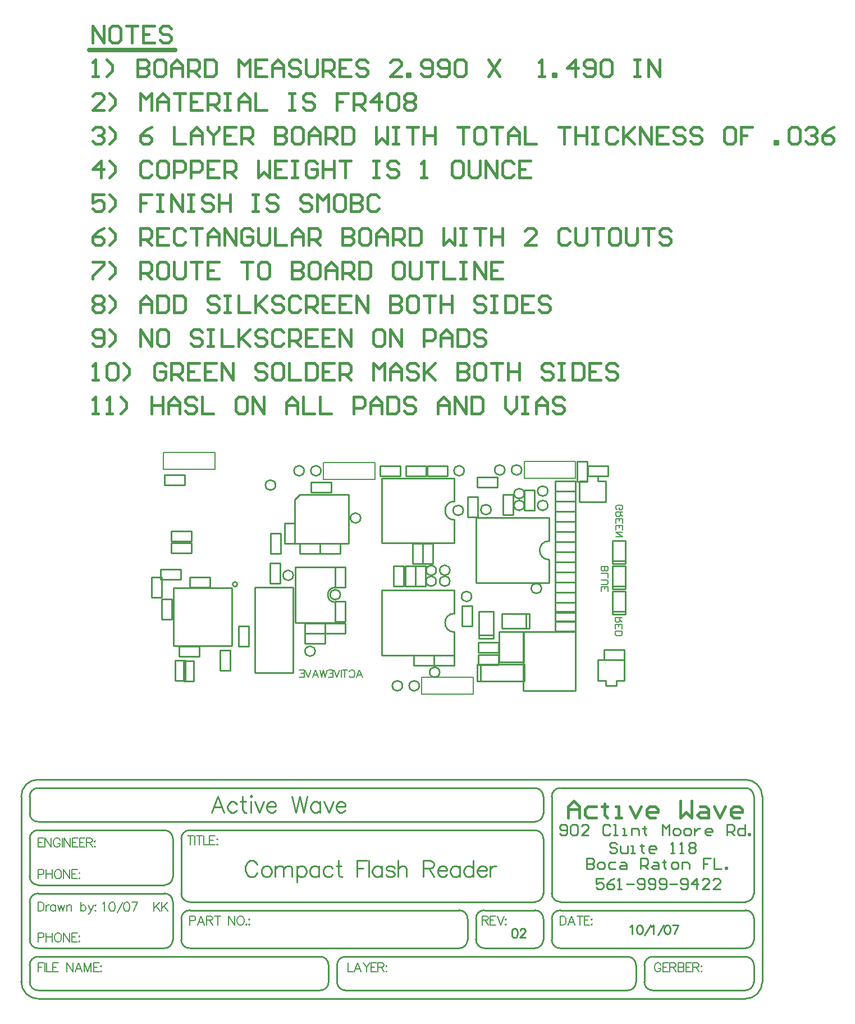
<source format=gbo>
%FSLAX24Y24*%
%MOIN*%
G70*
G01*
G75*
G04 Layer_Color=32896*
%ADD10C,0.0120*%
%ADD11R,0.0394X0.0197*%
%ADD12R,0.0300X0.0300*%
%ADD13C,0.0400*%
%ADD14R,0.0200X0.0500*%
%ADD15R,0.0591X0.0315*%
%ADD16R,0.0300X0.0300*%
%ADD17R,0.0551X0.0354*%
%ADD18R,0.0354X0.0551*%
%ADD19R,0.0250X0.0550*%
%ADD20R,0.0250X0.0520*%
%ADD21R,0.0250X0.0950*%
%ADD22R,0.0550X0.0250*%
%ADD23R,0.0950X0.0250*%
%ADD24R,0.0600X0.0270*%
%ADD25R,0.0236X0.1100*%
%ADD26R,0.1000X0.0236*%
%ADD27R,0.0700X0.0500*%
%ADD28O,0.0160X0.0600*%
%ADD29R,0.0236X0.0236*%
%ADD30O,0.0160X0.0600*%
%ADD31R,0.0394X0.0394*%
%ADD32R,0.0200X0.0300*%
%ADD33O,0.0240X0.0800*%
%ADD34R,0.0472X0.0472*%
%ADD35R,0.0600X0.0500*%
%ADD36R,0.0360X0.0500*%
%ADD37R,0.0360X0.0360*%
%ADD38R,0.1500X0.0500*%
%ADD39R,0.0394X0.0413*%
%ADD40R,0.0413X0.0866*%
%ADD41R,0.0394X0.0413*%
%ADD42O,0.0600X0.0160*%
%ADD43R,0.0500X0.0200*%
%ADD44R,0.0360X0.0360*%
%ADD45R,0.0500X0.0360*%
%ADD46R,0.0315X0.0591*%
%ADD47R,0.0700X0.0236*%
%ADD48C,0.0120*%
%ADD49C,0.0500*%
%ADD50C,0.0140*%
%ADD51C,0.0100*%
%ADD52C,0.0150*%
%ADD53C,0.0200*%
%ADD54C,0.0080*%
%ADD55C,0.0250*%
%ADD56C,0.0300*%
%ADD57C,0.0090*%
%ADD58C,0.0050*%
%ADD59R,0.0620X0.0620*%
%ADD60C,0.0620*%
%ADD61R,0.0620X0.0620*%
%ADD62C,0.0200*%
%ADD63C,0.0180*%
%ADD64C,0.0400*%
G04:AMPARAMS|DCode=65|XSize=67mil|YSize=67mil|CornerRadius=0mil|HoleSize=0mil|Usage=FLASHONLY|Rotation=0.000|XOffset=0mil|YOffset=0mil|HoleType=Round|Shape=Relief|Width=8mil|Gap=8mil|Entries=4|*
%AMTHD65*
7,0,0,0.0670,0.0510,0.0080,45*
%
%ADD65THD65*%
%ADD66C,0.0750*%
%ADD67C,0.0500*%
G04:AMPARAMS|DCode=68|XSize=42mil|YSize=42mil|CornerRadius=0mil|HoleSize=0mil|Usage=FLASHONLY|Rotation=0.000|XOffset=0mil|YOffset=0mil|HoleType=Round|Shape=Relief|Width=8mil|Gap=8mil|Entries=4|*
%AMTHD68*
7,0,0,0.0420,0.0260,0.0080,45*
%
%ADD68THD68*%
%ADD69C,0.0600*%
G04:AMPARAMS|DCode=70|XSize=52mil|YSize=52mil|CornerRadius=0mil|HoleSize=0mil|Usage=FLASHONLY|Rotation=0.000|XOffset=0mil|YOffset=0mil|HoleType=Round|Shape=Relief|Width=8mil|Gap=8mil|Entries=4|*
%AMTHD70*
7,0,0,0.0520,0.0360,0.0080,45*
%
%ADD70THD70*%
%ADD71R,0.0748X0.0591*%
%ADD72O,0.0140X0.0600*%
%ADD73R,0.0800X0.0600*%
%ADD74O,0.0157X0.0472*%
%ADD75R,0.2500X0.1400*%
%ADD76R,0.2500X0.1500*%
%ADD77R,0.0400X0.0400*%
%ADD78R,0.0800X0.2700*%
%ADD79R,0.0800X0.1600*%
%ADD80C,0.0157*%
%ADD81C,0.0220*%
%ADD82C,0.0060*%
D51*
X7450Y12100D02*
G03*
X7450Y12100I-300J0D01*
G01*
X18072Y11137D02*
G03*
X18072Y10034I0J-551D01*
G01*
X17200Y1000D02*
G03*
X17200Y1000I-300J0D01*
G01*
X10987Y6023D02*
G03*
X10987Y5157I0J-433D01*
G01*
X18072Y4487D02*
G03*
X18072Y3384I0J-551D01*
G01*
X5181Y6218D02*
G03*
X5181Y6218I-138J0D01*
G01*
X18650Y12950D02*
G03*
X18650Y12950I-300J0D01*
G01*
X23615Y10896D02*
G03*
X23615Y10896I-300J0D01*
G01*
X22215D02*
G03*
X22215Y10896I-300J0D01*
G01*
Y11596D02*
G03*
X22215Y11596I-300J0D01*
G01*
X9800Y2250D02*
G03*
X9800Y2250I-300J0D01*
G01*
X11300Y5600D02*
G03*
X11300Y5600I-300J0D01*
G01*
X16990Y7041D02*
G03*
X16990Y7041I-300J0D01*
G01*
X23615Y11746D02*
G03*
X23615Y11746I-300J0D01*
G01*
X18600Y10600D02*
G03*
X18600Y10600I-300J0D01*
G01*
X20245Y10646D02*
G03*
X20245Y10646I-300J0D01*
G01*
X19094Y5495D02*
G03*
X19094Y5495I-300J0D01*
G01*
X8500Y6750D02*
G03*
X8500Y6750I-300J0D01*
G01*
X17800Y7050D02*
G03*
X17800Y7050I-300J0D01*
G01*
X23239Y5972D02*
G03*
X23239Y5972I-300J0D01*
G01*
X12500Y10150D02*
G03*
X12500Y10150I-300J0D01*
G01*
X14986Y195D02*
G03*
X14986Y195I-300J0D01*
G01*
X17800Y6400D02*
G03*
X17800Y6400I-300J0D01*
G01*
X16988D02*
G03*
X16988Y6400I-300J0D01*
G01*
X9150Y12950D02*
G03*
X9150Y12950I-300J0D01*
G01*
X10150D02*
G03*
X10150Y12950I-300J0D01*
G01*
X15985Y195D02*
G03*
X15985Y195I-300J0D01*
G01*
X21065Y12996D02*
G03*
X21065Y12996I-300J0D01*
G01*
X22065D02*
G03*
X22065Y12996I-300J0D01*
G01*
X23687Y8783D02*
G03*
X23687Y7680I0J-551D01*
G01*
X22323Y4482D02*
X22519D01*
Y4148D02*
Y4482D01*
Y3616D02*
Y4148D01*
X22323Y3616D02*
X22519D01*
X20905D02*
Y4049D01*
Y3616D02*
X21988D01*
X21614Y4482D02*
X22323D01*
Y4049D02*
Y4482D01*
Y3616D02*
Y4049D01*
X21988Y3616D02*
X22323D01*
X20905Y4049D02*
Y4482D01*
X21240D01*
X21614D01*
X20383Y3900D02*
Y4274D01*
Y4609D01*
X19950D02*
X20383D01*
X19517Y3191D02*
Y3526D01*
Y3191D02*
X19950D01*
X20383D01*
Y3900D01*
X19517Y3526D02*
Y4609D01*
X19950D01*
X19517Y2994D02*
Y3191D01*
Y2994D02*
X20048D01*
X20383D01*
Y3191D01*
X11800Y8750D02*
Y11550D01*
X9250D02*
X11800D01*
X8900D02*
X9250D01*
X8600Y11250D02*
X8900Y11550D01*
X8600Y8750D02*
Y11250D01*
X11800Y8650D02*
Y8750D01*
X8600Y8650D02*
X11800D01*
X8600D02*
Y8750D01*
X18072Y8656D02*
Y10034D01*
Y11137D02*
Y12515D01*
X13742Y8656D02*
X18072D01*
X13742D02*
Y12515D01*
X18072D01*
X21080Y1601D02*
X22180D01*
Y3401D01*
X20730D02*
X22180D01*
X20730Y1601D02*
Y3401D01*
Y1601D02*
X21080D01*
X19421Y462D02*
X21321D01*
X19421Y1462D02*
X21321D01*
X22221D01*
X21321Y462D02*
X22221D01*
X19421Y1462D02*
X19421Y462D01*
X22221Y1462D02*
X22221Y462D01*
X19621Y1462D02*
X19621Y462D01*
X10987Y3937D02*
Y5157D01*
Y6023D02*
Y7244D01*
X8625Y3937D02*
Y7244D01*
X10987D01*
X8625Y3937D02*
X10987D01*
X28066Y6101D02*
X28241D01*
X28066Y5951D02*
X28241D01*
Y7301D01*
X28066D02*
X28241D01*
X27466Y5951D02*
X28066D01*
X27466D02*
Y6101D01*
Y7301D02*
X27766D01*
X27466Y6101D02*
Y7301D01*
Y6101D02*
X28066D01*
X27766Y7301D02*
X28066D01*
X13742Y5865D02*
X18072D01*
X13742Y2006D02*
Y5865D01*
Y2006D02*
X18072D01*
Y4487D02*
Y5865D01*
Y2006D02*
Y3384D01*
X22171Y1662D02*
X22171Y-88D01*
X23721Y-88D01*
X25271Y3412D02*
X25271Y1662D01*
X23721Y3412D02*
X25271D01*
X22171D02*
X23721D01*
X22171Y1662D02*
X22171Y3412D01*
X23721Y-88D02*
X25271Y-88D01*
X25271Y1662D01*
X6240Y982D02*
X8490Y982D01*
X6240Y6032D02*
X6240Y982D01*
X6240Y6032D02*
X8490Y6032D01*
X8490Y982D02*
X8490Y6032D01*
X1382Y4289D02*
Y6021D01*
X4846D01*
Y2556D02*
Y6021D01*
X1382Y2556D02*
X4846D01*
X1382D02*
Y4289D01*
X15150Y7300D02*
X15450D01*
X15150Y6100D02*
Y7300D01*
Y6100D02*
X15750D01*
Y7300D01*
X15450D02*
X15750D01*
X5564Y2532D02*
X5864D01*
Y3732D01*
X5264D02*
X5864D01*
X5264Y2532D02*
Y3732D01*
Y2532D02*
X5564D01*
X2064Y12100D02*
Y12400D01*
X864Y12100D02*
X2064D01*
X864D02*
Y12700D01*
X2064D01*
Y12400D02*
Y12700D01*
X1994Y1683D02*
X2294D01*
X1994Y483D02*
Y1683D01*
Y483D02*
X2594D01*
Y1683D01*
X2294D02*
X2594D01*
X1794Y489D02*
X2094D01*
Y1689D01*
X1494D02*
X2094D01*
X1494Y489D02*
Y1689D01*
Y489D02*
X1794D01*
X2444Y8058D02*
Y8358D01*
X1244Y8058D02*
X2444D01*
X1244D02*
Y8658D01*
X2444D01*
Y8358D02*
Y8658D01*
Y8758D02*
Y9058D01*
X1244Y8758D02*
X2444D01*
X1244D02*
Y9358D01*
X2444D01*
Y9058D02*
Y9358D01*
X87Y5446D02*
X387D01*
X87D02*
Y6646D01*
X687D01*
Y5446D02*
Y6646D01*
X387Y5446D02*
X687D01*
X619Y6793D02*
Y7093D01*
X1819D01*
Y6493D02*
Y7093D01*
X619Y6493D02*
X1819D01*
X619D02*
Y6793D01*
X3564Y6039D02*
Y6339D01*
X2364Y6039D02*
X3564D01*
X2364D02*
Y6639D01*
X3564D01*
Y6339D02*
Y6639D01*
X687Y4146D02*
X987D01*
X687D02*
Y5346D01*
X1287D01*
Y4146D02*
Y5346D01*
X987Y4146D02*
X1287D01*
X1714Y2239D02*
Y2539D01*
X2914D01*
Y1939D02*
Y2539D01*
X1714Y1939D02*
X2914D01*
X1714D02*
Y2239D01*
X7140Y6282D02*
X7440D01*
X7140D02*
Y7482D01*
X7740D01*
Y6282D02*
Y7482D01*
X7440Y6282D02*
X7740D01*
X20965Y10346D02*
X21265D01*
X20965D02*
Y11546D01*
X21565D01*
Y10346D02*
Y11546D01*
X21265Y10346D02*
X21565D01*
X14450Y6100D02*
X14750D01*
X14450D02*
Y7300D01*
X15050D01*
Y6100D02*
Y7300D01*
X14750Y6100D02*
X15050D01*
X9200Y3300D02*
Y3600D01*
Y3300D02*
X10400D01*
Y3900D01*
X9200D02*
X10400D01*
X9200Y3600D02*
Y3900D01*
X11600Y3600D02*
Y3900D01*
X10400D02*
X11600D01*
X10400Y3300D02*
Y3900D01*
Y3300D02*
X11600D01*
Y3600D01*
X11000Y5200D02*
X11300D01*
X11000Y4000D02*
Y5200D01*
Y4000D02*
X11600D01*
Y5200D01*
X11300D02*
X11600D01*
X9200Y2700D02*
Y3000D01*
Y2700D02*
X10400D01*
Y3300D01*
X9200D02*
X10400D01*
X9200Y3000D02*
Y3300D01*
X16400Y12650D02*
Y12950D01*
X15200Y12650D02*
X16400D01*
X15200D02*
Y13250D01*
X16400D01*
Y12950D02*
Y13250D01*
X11000Y7250D02*
X11300D01*
X11000Y6050D02*
Y7250D01*
Y6050D02*
X11600D01*
Y7250D01*
X11300D02*
X11600D01*
X8000Y8650D02*
X8300D01*
X8000D02*
Y9850D01*
X8600D01*
Y8650D02*
Y9850D01*
X8300Y8650D02*
X8600D01*
X24065Y6646D02*
Y6946D01*
X25265D01*
Y6346D02*
Y6946D01*
X24065Y6346D02*
X25265D01*
X24065D02*
Y6646D01*
X25265Y7546D02*
Y7846D01*
X24065Y7546D02*
X25265D01*
X24065D02*
Y8146D01*
X25265D01*
Y7846D02*
Y8146D01*
Y3746D02*
Y4046D01*
X24065D02*
X25265D01*
X24065Y3446D02*
Y4046D01*
Y3446D02*
X25265D01*
Y3746D01*
Y5746D02*
Y6046D01*
X24065Y5746D02*
X25265D01*
X24065D02*
Y6346D01*
X25265D01*
Y6046D02*
Y6346D01*
Y8746D02*
Y9046D01*
X24065Y8746D02*
X25265D01*
X24065D02*
Y9346D01*
X25265D01*
Y9046D02*
Y9346D01*
Y9946D02*
Y10246D01*
X24065Y9946D02*
X25265D01*
X24065D02*
Y10546D01*
X25265D01*
Y10246D02*
Y10546D01*
Y11446D02*
Y11746D01*
X24065D02*
X25265D01*
X24065Y11146D02*
Y11746D01*
Y11146D02*
X25265D01*
Y11446D01*
X11300Y8050D02*
Y8350D01*
X10100Y8050D02*
X11300D01*
X10100D02*
Y8650D01*
X11300D01*
Y8350D02*
Y8650D01*
X18050Y1700D02*
Y2000D01*
X16850D02*
X18050D01*
X16850Y1400D02*
Y2000D01*
Y1400D02*
X18050D01*
Y1700D01*
X16069Y6100D02*
X16369D01*
Y7300D01*
X15769D02*
X16369D01*
X15769Y6100D02*
Y7300D01*
Y6100D02*
X16069D01*
X9554Y11975D02*
Y12275D01*
X10754D01*
Y11675D02*
Y12275D01*
X9554Y11675D02*
X10754D01*
X9554D02*
Y11975D01*
X16450Y12950D02*
Y13250D01*
X17650D01*
Y12650D02*
Y13250D01*
X16450Y12650D02*
X17650D01*
X16450D02*
Y12950D01*
X18869Y10215D02*
X19169D01*
X18869D02*
Y11415D01*
X19469D01*
Y10215D02*
Y11415D01*
X19169Y10215D02*
X19469D01*
X22515Y10596D02*
X22815D01*
Y11796D01*
X22215D02*
X22815D01*
X22215Y10596D02*
Y11796D01*
Y10596D02*
X22515D01*
X25650Y13500D02*
X25950D01*
Y12300D02*
Y13500D01*
X25350Y12300D02*
X25950D01*
X25350D02*
Y13500D01*
X25650D01*
X13650Y12950D02*
Y13250D01*
X14850D01*
Y12650D02*
Y13250D01*
X13650Y12650D02*
X14850D01*
X13650D02*
Y12950D01*
X19419Y11965D02*
Y12265D01*
Y11965D02*
X20619D01*
Y12565D01*
X19419D02*
X20619D01*
X19419Y12265D02*
Y12565D01*
X18815Y3746D02*
X19115D01*
Y4946D01*
X18515D02*
X19115D01*
X18515Y3746D02*
Y4946D01*
Y3746D02*
X18815D01*
X16200Y7450D02*
X16500D01*
X16200D02*
Y8650D01*
X16800D01*
Y7450D02*
Y8650D01*
X16500Y7450D02*
X16800D01*
X20680Y2481D02*
Y2781D01*
X19480D02*
X20680D01*
X19480Y2181D02*
Y2781D01*
Y2181D02*
X20680D01*
Y2481D01*
X10100Y8050D02*
Y8350D01*
X8900Y8050D02*
X10100D01*
X8900D02*
Y8650D01*
X10100D01*
Y8350D02*
Y8650D01*
X15600Y7450D02*
X15900D01*
X15600D02*
Y8650D01*
X16200D01*
Y7450D02*
Y8650D01*
X15900Y7450D02*
X16200D01*
X27050Y200D02*
X27230D01*
X27050D02*
Y500D01*
X26600D02*
X27050D01*
X26600D02*
Y1750D01*
X28150D01*
Y500D02*
Y1750D01*
X27700Y500D02*
X28150D01*
X27700Y200D02*
Y500D01*
X27230Y200D02*
X27700D01*
X25950Y12650D02*
X26420D01*
X25950Y12350D02*
Y12650D01*
X25500Y12350D02*
X25950D01*
X25500Y11100D02*
Y12350D01*
Y11100D02*
X27050D01*
Y12350D01*
X26600D02*
X27050D01*
X26600D02*
Y12650D01*
X26420D02*
X26600D01*
X16850Y1400D02*
Y1700D01*
X15650Y1400D02*
X16850D01*
X15650D02*
Y2000D01*
X16850D01*
Y1700D02*
Y2000D01*
X20680Y1451D02*
Y1751D01*
X19480Y1451D02*
X20680D01*
X19480D02*
Y2051D01*
X20680D01*
Y1751D02*
Y2051D01*
X24065Y3996D02*
Y4296D01*
Y3996D02*
X25265D01*
Y4596D01*
X24065D02*
X25265D01*
X24065Y4296D02*
Y4596D01*
X25265Y5146D02*
Y5446D01*
X24065Y5146D02*
X25265D01*
X24065D02*
Y5746D01*
X25265D01*
Y5446D02*
Y5746D01*
X24065Y7246D02*
Y7546D01*
X25265D01*
Y6946D02*
Y7546D01*
X24065Y6946D02*
X25265D01*
X24065D02*
Y7246D01*
Y9646D02*
Y9946D01*
X25265D01*
Y9346D02*
Y9946D01*
X24065Y9346D02*
X25265D01*
X24065D02*
Y9646D01*
Y10846D02*
Y11146D01*
X25265D01*
Y10546D02*
Y11146D01*
X24065Y10546D02*
X25265D01*
X24065D02*
Y10846D01*
Y12046D02*
Y12346D01*
X25265D01*
Y11746D02*
Y12346D01*
X24065Y11746D02*
X25265D01*
X24065D02*
Y12046D01*
X28150Y1750D02*
Y2050D01*
X26950Y1750D02*
X28150D01*
X26950D02*
Y2350D01*
X28150D01*
Y2050D02*
Y2350D01*
X26000Y12950D02*
Y13250D01*
X27200D01*
Y12650D02*
Y13250D01*
X26000Y12650D02*
X27200D01*
X26000D02*
Y12950D01*
X25265Y4546D02*
Y4846D01*
X24065Y4546D02*
X25265D01*
X24065D02*
Y5146D01*
X25265D01*
Y4846D02*
Y5146D01*
X7150Y8050D02*
X7450D01*
X7150D02*
Y9250D01*
X7750D01*
Y8050D02*
Y9250D01*
X7450Y8050D02*
X7750D01*
X4450Y1100D02*
X4750D01*
Y2300D01*
X4150D02*
X4750D01*
X4150Y1100D02*
Y2300D01*
Y1100D02*
X4450D01*
X27766Y5801D02*
X28066D01*
X27466Y4601D02*
X28066D01*
X27466D02*
Y5801D01*
X27766D01*
X27466Y4451D02*
Y4601D01*
Y4451D02*
X28066D01*
Y5801D02*
X28241D01*
Y4451D02*
Y5801D01*
X28066Y4451D02*
X28241D01*
X28066Y4601D02*
X28241D01*
X28066Y7601D02*
X28241D01*
X28066Y7451D02*
X28241D01*
Y8801D01*
X28066D02*
X28241D01*
X27466Y7451D02*
X28066D01*
X27466D02*
Y7601D01*
Y8801D02*
X27766D01*
X27466Y7601D02*
Y8801D01*
Y7601D02*
X28066D01*
X27766Y8801D02*
X28066D01*
X24065Y8146D02*
Y8446D01*
Y8146D02*
X25265D01*
Y8746D01*
X24065D02*
X25265D01*
X24065Y8446D02*
Y8746D01*
X23687Y6302D02*
Y7680D01*
Y8783D02*
Y10161D01*
X19356Y6302D02*
X23687D01*
X19356D02*
Y10161D01*
X23687D01*
X35851Y-13606D02*
G03*
X35361Y-13116I-490J0D01*
G01*
X24351D02*
G03*
X23851Y-13616I0J-500D01*
G01*
X35351Y-12616D02*
G03*
X35851Y-12116I0J500D01*
G01*
X23851D02*
G03*
X24351Y-12616I500J0D01*
G01*
X-6649Y-5366D02*
G03*
X-7649Y-6366I0J-1000D01*
G01*
Y-17356D02*
G03*
X-6656Y-18366I1010J0D01*
G01*
X35351Y-18366D02*
G03*
X36351Y-17366I0J1000D01*
G01*
Y-6366D02*
G03*
X35351Y-5366I-1000J0D01*
G01*
X35851Y-6356D02*
G03*
X35344Y-5866I-490J0D01*
G01*
X35351Y-15366D02*
G03*
X35851Y-14866I0J500D01*
G01*
X35851Y-16357D02*
G03*
X35351Y-15866I-500J-9D01*
G01*
Y-17866D02*
G03*
X35851Y-17366I0J500D01*
G01*
X22851Y-15366D02*
G03*
X23351Y-14866I0J500D01*
G01*
X23851Y-14876D02*
G03*
X24350Y-15366I490J0D01*
G01*
X23351Y-13606D02*
G03*
X22861Y-13116I-490J0D01*
G01*
X-7149Y-17366D02*
G03*
X-6658Y-17866I500J0D01*
G01*
X22860Y-12616D02*
G03*
X23351Y-12116I-9J500D01*
G01*
X-6649Y-15866D02*
G03*
X-7149Y-16366I0J-500D01*
G01*
X23351Y-8866D02*
G03*
X22851Y-8366I-500J0D01*
G01*
Y-7866D02*
G03*
X23351Y-7366I0J500D01*
G01*
X24351Y-5866D02*
G03*
X23851Y-6366I0J-500D01*
G01*
X23351D02*
G03*
X22851Y-5866I-500J0D01*
G01*
X-6649D02*
G03*
X-7149Y-6366I0J-500D01*
G01*
Y-7366D02*
G03*
X-6649Y-7866I500J0D01*
G01*
Y-8366D02*
G03*
X-7149Y-8866I0J-500D01*
G01*
Y-11116D02*
G03*
X-6649Y-11616I500J0D01*
G01*
Y-12116D02*
G03*
X-7149Y-12616I0J-500D01*
G01*
Y-14866D02*
G03*
X-6658Y-15366I500J0D01*
G01*
X2351Y-8366D02*
G03*
X1851Y-8866I0J-500D01*
G01*
X2351Y-13116D02*
G03*
X1851Y-13616I0J-500D01*
G01*
X19831Y-13116D02*
G03*
X19352Y-13621I0J-480D01*
G01*
X19351Y-14856D02*
G03*
X19852Y-15366I510J0D01*
G01*
X18361Y-15366D02*
G03*
X18851Y-14867I0J490D01*
G01*
X18851Y-13606D02*
G03*
X18361Y-13116I-490J0D01*
G01*
X861Y-15366D02*
G03*
X1351Y-14876I0J490D01*
G01*
X1851D02*
G03*
X2341Y-15366I490J0D01*
G01*
X1851Y-12126D02*
G03*
X2341Y-12616I490J0D01*
G01*
X1351Y-12606D02*
G03*
X844Y-12116I-490J0D01*
G01*
X871Y-11616D02*
G03*
X1351Y-11136I0J480D01*
G01*
Y-8856D02*
G03*
X861Y-8366I-490J0D01*
G01*
X29851Y-15866D02*
G03*
X29351Y-16366I0J-500D01*
G01*
Y-17376D02*
G03*
X29850Y-17866I490J0D01*
G01*
X28363Y-17866D02*
G03*
X28851Y-17369I8J480D01*
G01*
X28851Y-16366D02*
G03*
X28351Y-15866I-500J0D01*
G01*
X11101Y-17366D02*
G03*
X11592Y-17866I500J0D01*
G01*
X11601Y-15866D02*
G03*
X11101Y-16366I0J-500D01*
G01*
X10113Y-17866D02*
G03*
X10601Y-17369I8J480D01*
G01*
X10601Y-16366D02*
G03*
X10101Y-15866I-500J0D01*
G01*
X35851Y-14866D02*
Y-13606D01*
X23851Y-14866D02*
Y-13616D01*
X35851Y-12116D02*
Y-6366D01*
X23851Y-12116D02*
Y-6366D01*
X-7649Y-17366D02*
Y-6366D01*
X-7149Y-17366D02*
Y-16366D01*
X35851Y-17366D02*
Y-16366D01*
X23351Y-14866D02*
Y-13616D01*
X19351Y-14866D02*
Y-13616D01*
X1851Y-14866D02*
Y-13616D01*
X18851Y-14866D02*
Y-13616D01*
X1851Y-12116D02*
Y-8866D01*
X23351Y-12116D02*
Y-8866D01*
Y-7366D02*
Y-6366D01*
X-7149Y-7366D02*
Y-6366D01*
X1351Y-11116D02*
Y-8866D01*
X-7149Y-11116D02*
Y-8866D01*
X1351Y-14866D02*
Y-12616D01*
X-7149Y-14866D02*
Y-12616D01*
X36351Y-17366D02*
Y-6366D01*
X29351Y-17366D02*
Y-16366D01*
X28851Y-17366D02*
Y-16366D01*
X11101Y-17366D02*
Y-16366D01*
X10601Y-17366D02*
Y-16366D01*
X24351Y-13116D02*
X35351D01*
X24351Y-12616D02*
X35351D01*
X2351D02*
X22851D01*
X24351Y-5866D02*
X35351D01*
X24351Y-15366D02*
X35351D01*
X19851Y-13116D02*
X22851D01*
X19851Y-15366D02*
X22851D01*
X2351D02*
X18351D01*
X2351Y-13116D02*
X18351D01*
X2351Y-8366D02*
X22851D01*
X-6649Y-7866D02*
X22851D01*
X-6649Y-8366D02*
X851D01*
X-6649Y-11616D02*
X851D01*
X-6649Y-12116D02*
X851D01*
X-6649Y-15366D02*
X851D01*
X-6649Y-5366D02*
X35351D01*
X-6649Y-18366D02*
X35351D01*
X-6649Y-5866D02*
X22851D01*
X29851Y-15866D02*
X35351D01*
X29851Y-17866D02*
X35351D01*
X11601Y-15866D02*
X28351D01*
X-6649D02*
X10101D01*
X-6649Y-17866D02*
X10101D01*
X11601D02*
X28351D01*
X27710Y-9190D02*
X27604Y-9084D01*
X27391D01*
X27284Y-9190D01*
Y-9297D01*
X27391Y-9404D01*
X27604D01*
X27710Y-9510D01*
Y-9617D01*
X27604Y-9723D01*
X27391D01*
X27284Y-9617D01*
X27924Y-9297D02*
Y-9617D01*
X28030Y-9723D01*
X28350D01*
Y-9297D01*
X28564Y-9723D02*
X28777D01*
X28670D01*
Y-9297D01*
X28564D01*
X29203Y-9190D02*
Y-9297D01*
X29097D01*
X29310D01*
X29203D01*
Y-9617D01*
X29310Y-9723D01*
X29950D02*
X29737D01*
X29630Y-9617D01*
Y-9404D01*
X29737Y-9297D01*
X29950D01*
X30056Y-9404D01*
Y-9510D01*
X29630D01*
X30909Y-9723D02*
X31123D01*
X31016D01*
Y-9084D01*
X30909Y-9190D01*
X31443Y-9723D02*
X31656D01*
X31549D01*
Y-9084D01*
X31443Y-9190D01*
X31976D02*
X32082Y-9084D01*
X32296D01*
X32402Y-9190D01*
Y-9297D01*
X32296Y-9404D01*
X32402Y-9510D01*
Y-9617D01*
X32296Y-9723D01*
X32082D01*
X31976Y-9617D01*
Y-9510D01*
X32082Y-9404D01*
X31976Y-9297D01*
Y-9190D01*
X32082Y-9404D02*
X32296D01*
X26911Y-11234D02*
X26484D01*
Y-11554D01*
X26697Y-11447D01*
X26804D01*
X26911Y-11554D01*
Y-11767D01*
X26804Y-11873D01*
X26591D01*
X26484Y-11767D01*
X27550Y-11234D02*
X27337Y-11340D01*
X27124Y-11554D01*
Y-11767D01*
X27230Y-11873D01*
X27444D01*
X27550Y-11767D01*
Y-11660D01*
X27444Y-11554D01*
X27124D01*
X27764Y-11873D02*
X27977D01*
X27870D01*
Y-11234D01*
X27764Y-11340D01*
X28297Y-11554D02*
X28723D01*
X28937Y-11767D02*
X29043Y-11873D01*
X29256D01*
X29363Y-11767D01*
Y-11340D01*
X29256Y-11234D01*
X29043D01*
X28937Y-11340D01*
Y-11447D01*
X29043Y-11554D01*
X29363D01*
X29576Y-11767D02*
X29683Y-11873D01*
X29896D01*
X30003Y-11767D01*
Y-11340D01*
X29896Y-11234D01*
X29683D01*
X29576Y-11340D01*
Y-11447D01*
X29683Y-11554D01*
X30003D01*
X30216Y-11767D02*
X30323Y-11873D01*
X30536D01*
X30643Y-11767D01*
Y-11340D01*
X30536Y-11234D01*
X30323D01*
X30216Y-11340D01*
Y-11447D01*
X30323Y-11554D01*
X30643D01*
X30856D02*
X31282D01*
X31496Y-11767D02*
X31602Y-11873D01*
X31816D01*
X31922Y-11767D01*
Y-11340D01*
X31816Y-11234D01*
X31602D01*
X31496Y-11340D01*
Y-11447D01*
X31602Y-11554D01*
X31922D01*
X32455Y-11873D02*
Y-11234D01*
X32135Y-11554D01*
X32562D01*
X33202Y-11873D02*
X32775D01*
X33202Y-11447D01*
Y-11340D01*
X33095Y-11234D01*
X32882D01*
X32775Y-11340D01*
X33842Y-11873D02*
X33415D01*
X33842Y-11447D01*
Y-11340D01*
X33735Y-11234D01*
X33522D01*
X33415Y-11340D01*
X24334Y-8567D02*
X24441Y-8673D01*
X24654D01*
X24760Y-8567D01*
Y-8140D01*
X24654Y-8034D01*
X24441D01*
X24334Y-8140D01*
Y-8247D01*
X24441Y-8354D01*
X24760D01*
X24974Y-8140D02*
X25080Y-8034D01*
X25294D01*
X25400Y-8140D01*
Y-8567D01*
X25294Y-8673D01*
X25080D01*
X24974Y-8567D01*
Y-8140D01*
X26040Y-8673D02*
X25614D01*
X26040Y-8247D01*
Y-8140D01*
X25933Y-8034D01*
X25720D01*
X25614Y-8140D01*
X27320D02*
X27213Y-8034D01*
X27000D01*
X26893Y-8140D01*
Y-8567D01*
X27000Y-8673D01*
X27213D01*
X27320Y-8567D01*
X27533Y-8673D02*
X27746D01*
X27640D01*
Y-8034D01*
X27533D01*
X28066Y-8673D02*
X28279D01*
X28173D01*
Y-8247D01*
X28066D01*
X28599Y-8673D02*
Y-8247D01*
X28919D01*
X29026Y-8354D01*
Y-8673D01*
X29346Y-8140D02*
Y-8247D01*
X29239D01*
X29452D01*
X29346D01*
Y-8567D01*
X29452Y-8673D01*
X30412D02*
Y-8034D01*
X30625Y-8247D01*
X30839Y-8034D01*
Y-8673D01*
X31158D02*
X31372D01*
X31478Y-8567D01*
Y-8354D01*
X31372Y-8247D01*
X31158D01*
X31052Y-8354D01*
Y-8567D01*
X31158Y-8673D01*
X31798D02*
X32011D01*
X32118Y-8567D01*
Y-8354D01*
X32011Y-8247D01*
X31798D01*
X31692Y-8354D01*
Y-8567D01*
X31798Y-8673D01*
X32331Y-8247D02*
Y-8673D01*
Y-8460D01*
X32438Y-8354D01*
X32545Y-8247D01*
X32651D01*
X33291Y-8673D02*
X33078D01*
X32971Y-8567D01*
Y-8354D01*
X33078Y-8247D01*
X33291D01*
X33398Y-8354D01*
Y-8460D01*
X32971D01*
X34251Y-8673D02*
Y-8034D01*
X34571D01*
X34677Y-8140D01*
Y-8354D01*
X34571Y-8460D01*
X34251D01*
X34464D02*
X34677Y-8673D01*
X35317Y-8034D02*
Y-8673D01*
X34997D01*
X34891Y-8567D01*
Y-8354D01*
X34997Y-8247D01*
X35317D01*
X35530Y-8673D02*
Y-8567D01*
X35637D01*
Y-8673D01*
X35530D01*
X25934Y-10034D02*
Y-10673D01*
X26254D01*
X26360Y-10567D01*
Y-10460D01*
X26254Y-10354D01*
X25934D01*
X26254D01*
X26360Y-10247D01*
Y-10140D01*
X26254Y-10034D01*
X25934D01*
X26680Y-10673D02*
X26894D01*
X27000Y-10567D01*
Y-10354D01*
X26894Y-10247D01*
X26680D01*
X26574Y-10354D01*
Y-10567D01*
X26680Y-10673D01*
X27640Y-10247D02*
X27320D01*
X27214Y-10354D01*
Y-10567D01*
X27320Y-10673D01*
X27640D01*
X27960Y-10247D02*
X28173D01*
X28280Y-10354D01*
Y-10673D01*
X27960D01*
X27853Y-10567D01*
X27960Y-10460D01*
X28280D01*
X29133Y-10673D02*
Y-10034D01*
X29453D01*
X29559Y-10140D01*
Y-10354D01*
X29453Y-10460D01*
X29133D01*
X29346D02*
X29559Y-10673D01*
X29879Y-10247D02*
X30093D01*
X30199Y-10354D01*
Y-10673D01*
X29879D01*
X29773Y-10567D01*
X29879Y-10460D01*
X30199D01*
X30519Y-10140D02*
Y-10247D01*
X30413D01*
X30626D01*
X30519D01*
Y-10567D01*
X30626Y-10673D01*
X31052D02*
X31266D01*
X31372Y-10567D01*
Y-10354D01*
X31266Y-10247D01*
X31052D01*
X30946Y-10354D01*
Y-10567D01*
X31052Y-10673D01*
X31585D02*
Y-10247D01*
X31905D01*
X32012Y-10354D01*
Y-10673D01*
X33292Y-10034D02*
X32865D01*
Y-10354D01*
X33078D01*
X32865D01*
Y-10673D01*
X33505Y-10034D02*
Y-10673D01*
X33931D01*
X34145D02*
Y-10567D01*
X34251D01*
Y-10673D01*
X34145D01*
D52*
X24834Y-7623D02*
Y-6957D01*
X25167Y-6624D01*
X25500Y-6957D01*
Y-7623D01*
Y-7124D01*
X24834D01*
X26500Y-6957D02*
X26000D01*
X25834Y-7124D01*
Y-7457D01*
X26000Y-7623D01*
X26500D01*
X27000Y-6790D02*
Y-6957D01*
X26833D01*
X27167D01*
X27000D01*
Y-7457D01*
X27167Y-7623D01*
X27666D02*
X28000D01*
X27833D01*
Y-6957D01*
X27666D01*
X28499D02*
X28833Y-7623D01*
X29166Y-6957D01*
X29999Y-7623D02*
X29666D01*
X29499Y-7457D01*
Y-7124D01*
X29666Y-6957D01*
X29999D01*
X30166Y-7124D01*
Y-7290D01*
X29499D01*
X31498Y-6624D02*
Y-7623D01*
X31832Y-7290D01*
X32165Y-7623D01*
Y-6624D01*
X32665Y-6957D02*
X32998D01*
X33165Y-7124D01*
Y-7623D01*
X32665D01*
X32498Y-7457D01*
X32665Y-7290D01*
X33165D01*
X33498Y-6957D02*
X33831Y-7623D01*
X34164Y-6957D01*
X34997Y-7623D02*
X34664D01*
X34498Y-7457D01*
Y-7124D01*
X34664Y-6957D01*
X34997D01*
X35164Y-7124D01*
Y-7290D01*
X34498D01*
X-3394Y16348D02*
X-3060D01*
X-3227D01*
Y17348D01*
X-3394Y17181D01*
X-2561Y16348D02*
X-2227D01*
X-2394D01*
Y17348D01*
X-2561Y17181D01*
X-1728Y16348D02*
X-1394Y16681D01*
Y17014D01*
X-1728Y17348D01*
X105D02*
Y16348D01*
Y16848D01*
X772D01*
Y17348D01*
Y16348D01*
X1105D02*
Y17014D01*
X1438Y17348D01*
X1771Y17014D01*
Y16348D01*
Y16848D01*
X1105D01*
X2771Y17181D02*
X2604Y17348D01*
X2271D01*
X2105Y17181D01*
Y17014D01*
X2271Y16848D01*
X2604D01*
X2771Y16681D01*
Y16515D01*
X2604Y16348D01*
X2271D01*
X2105Y16515D01*
X3104Y17348D02*
Y16348D01*
X3771D01*
X5603Y17348D02*
X5270D01*
X5104Y17181D01*
Y16515D01*
X5270Y16348D01*
X5603D01*
X5770Y16515D01*
Y17181D01*
X5603Y17348D01*
X6103Y16348D02*
Y17348D01*
X6770Y16348D01*
Y17348D01*
X8103Y16348D02*
Y17014D01*
X8436Y17348D01*
X8769Y17014D01*
Y16348D01*
Y16848D01*
X8103D01*
X9102Y17348D02*
Y16348D01*
X9769D01*
X10102Y17348D02*
Y16348D01*
X10768D01*
X12101D02*
Y17348D01*
X12601D01*
X12768Y17181D01*
Y16848D01*
X12601Y16681D01*
X12101D01*
X13101Y16348D02*
Y17014D01*
X13434Y17348D01*
X13767Y17014D01*
Y16348D01*
Y16848D01*
X13101D01*
X14101Y17348D02*
Y16348D01*
X14601D01*
X14767Y16515D01*
Y17181D01*
X14601Y17348D01*
X14101D01*
X15767Y17181D02*
X15600Y17348D01*
X15267D01*
X15100Y17181D01*
Y17014D01*
X15267Y16848D01*
X15600D01*
X15767Y16681D01*
Y16515D01*
X15600Y16348D01*
X15267D01*
X15100Y16515D01*
X17100Y16348D02*
Y17014D01*
X17433Y17348D01*
X17766Y17014D01*
Y16348D01*
Y16848D01*
X17100D01*
X18099Y16348D02*
Y17348D01*
X18766Y16348D01*
Y17348D01*
X19099D02*
Y16348D01*
X19599D01*
X19766Y16515D01*
Y17181D01*
X19599Y17348D01*
X19099D01*
X21098D02*
Y16681D01*
X21432Y16348D01*
X21765Y16681D01*
Y17348D01*
X22098D02*
X22431D01*
X22265D01*
Y16348D01*
X22098D01*
X22431D01*
X22931D02*
Y17014D01*
X23264Y17348D01*
X23598Y17014D01*
Y16348D01*
Y16848D01*
X22931D01*
X24597Y17181D02*
X24431Y17348D01*
X24097D01*
X23931Y17181D01*
Y17014D01*
X24097Y16848D01*
X24431D01*
X24597Y16681D01*
Y16515D01*
X24431Y16348D01*
X24097D01*
X23931Y16515D01*
X-2727Y34348D02*
X-3394D01*
X-2727Y35014D01*
Y35181D01*
X-2894Y35348D01*
X-3227D01*
X-3394Y35181D01*
X-2394Y34348D02*
X-2061Y34681D01*
Y35014D01*
X-2394Y35348D01*
X-561Y34348D02*
Y35348D01*
X-228Y35014D01*
X105Y35348D01*
Y34348D01*
X438D02*
Y35014D01*
X772Y35348D01*
X1105Y35014D01*
Y34348D01*
Y34848D01*
X438D01*
X1438Y35348D02*
X2105D01*
X1771D01*
Y34348D01*
X3104Y35348D02*
X2438D01*
Y34348D01*
X3104D01*
X2438Y34848D02*
X2771D01*
X3437Y34348D02*
Y35348D01*
X3937D01*
X4104Y35181D01*
Y34848D01*
X3937Y34681D01*
X3437D01*
X3771D02*
X4104Y34348D01*
X4437Y35348D02*
X4770D01*
X4604D01*
Y34348D01*
X4437D01*
X4770D01*
X5270D02*
Y35014D01*
X5603Y35348D01*
X5937Y35014D01*
Y34348D01*
Y34848D01*
X5270D01*
X6270Y35348D02*
Y34348D01*
X6936D01*
X8269Y35348D02*
X8602D01*
X8436D01*
Y34348D01*
X8269D01*
X8602D01*
X9769Y35181D02*
X9602Y35348D01*
X9269D01*
X9102Y35181D01*
Y35014D01*
X9269Y34848D01*
X9602D01*
X9769Y34681D01*
Y34515D01*
X9602Y34348D01*
X9269D01*
X9102Y34515D01*
X11768Y35348D02*
X11102D01*
Y34848D01*
X11435D01*
X11102D01*
Y34348D01*
X12101D02*
Y35348D01*
X12601D01*
X12768Y35181D01*
Y34848D01*
X12601Y34681D01*
X12101D01*
X12435D02*
X12768Y34348D01*
X13601D02*
Y35348D01*
X13101Y34848D01*
X13767D01*
X14101Y35181D02*
X14267Y35348D01*
X14601D01*
X14767Y35181D01*
Y34515D01*
X14601Y34348D01*
X14267D01*
X14101Y34515D01*
Y35181D01*
X15100D02*
X15267Y35348D01*
X15600D01*
X15767Y35181D01*
Y35014D01*
X15600Y34848D01*
X15767Y34681D01*
Y34515D01*
X15600Y34348D01*
X15267D01*
X15100Y34515D01*
Y34681D01*
X15267Y34848D01*
X15100Y35014D01*
Y35181D01*
X15267Y34848D02*
X15600D01*
X-3394Y20515D02*
X-3227Y20348D01*
X-2894D01*
X-2727Y20515D01*
Y21181D01*
X-2894Y21348D01*
X-3227D01*
X-3394Y21181D01*
Y21014D01*
X-3227Y20848D01*
X-2727D01*
X-2394Y20348D02*
X-2061Y20681D01*
Y21014D01*
X-2394Y21348D01*
X-561Y20348D02*
Y21348D01*
X105Y20348D01*
Y21348D01*
X938D02*
X605D01*
X438Y21181D01*
Y20515D01*
X605Y20348D01*
X938D01*
X1105Y20515D01*
Y21181D01*
X938Y21348D01*
X3104Y21181D02*
X2938Y21348D01*
X2604D01*
X2438Y21181D01*
Y21014D01*
X2604Y20848D01*
X2938D01*
X3104Y20681D01*
Y20515D01*
X2938Y20348D01*
X2604D01*
X2438Y20515D01*
X3437Y21348D02*
X3771D01*
X3604D01*
Y20348D01*
X3437D01*
X3771D01*
X4271Y21348D02*
Y20348D01*
X4937D01*
X5270Y21348D02*
Y20348D01*
Y20681D01*
X5937Y21348D01*
X5437Y20848D01*
X5937Y20348D01*
X6936Y21181D02*
X6770Y21348D01*
X6436D01*
X6270Y21181D01*
Y21014D01*
X6436Y20848D01*
X6770D01*
X6936Y20681D01*
Y20515D01*
X6770Y20348D01*
X6436D01*
X6270Y20515D01*
X7936Y21181D02*
X7769Y21348D01*
X7436D01*
X7270Y21181D01*
Y20515D01*
X7436Y20348D01*
X7769D01*
X7936Y20515D01*
X8269Y20348D02*
Y21348D01*
X8769D01*
X8936Y21181D01*
Y20848D01*
X8769Y20681D01*
X8269D01*
X8602D02*
X8936Y20348D01*
X9935Y21348D02*
X9269D01*
Y20348D01*
X9935D01*
X9269Y20848D02*
X9602D01*
X10935Y21348D02*
X10269D01*
Y20348D01*
X10935D01*
X10269Y20848D02*
X10602D01*
X11268Y20348D02*
Y21348D01*
X11935Y20348D01*
Y21348D01*
X13767D02*
X13434D01*
X13268Y21181D01*
Y20515D01*
X13434Y20348D01*
X13767D01*
X13934Y20515D01*
Y21181D01*
X13767Y21348D01*
X14267Y20348D02*
Y21348D01*
X14934Y20348D01*
Y21348D01*
X16267Y20348D02*
Y21348D01*
X16766D01*
X16933Y21181D01*
Y20848D01*
X16766Y20681D01*
X16267D01*
X17266Y20348D02*
Y21014D01*
X17600Y21348D01*
X17933Y21014D01*
Y20348D01*
Y20848D01*
X17266D01*
X18266Y21348D02*
Y20348D01*
X18766D01*
X18932Y20515D01*
Y21181D01*
X18766Y21348D01*
X18266D01*
X19932Y21181D02*
X19766Y21348D01*
X19432D01*
X19266Y21181D01*
Y21014D01*
X19432Y20848D01*
X19766D01*
X19932Y20681D01*
Y20515D01*
X19766Y20348D01*
X19432D01*
X19266Y20515D01*
X-3394Y23181D02*
X-3227Y23348D01*
X-2894D01*
X-2727Y23181D01*
Y23014D01*
X-2894Y22848D01*
X-2727Y22681D01*
Y22515D01*
X-2894Y22348D01*
X-3227D01*
X-3394Y22515D01*
Y22681D01*
X-3227Y22848D01*
X-3394Y23014D01*
Y23181D01*
X-3227Y22848D02*
X-2894D01*
X-2394Y22348D02*
X-2061Y22681D01*
Y23014D01*
X-2394Y23348D01*
X-561Y22348D02*
Y23014D01*
X-228Y23348D01*
X105Y23014D01*
Y22348D01*
Y22848D01*
X-561D01*
X438Y23348D02*
Y22348D01*
X938D01*
X1105Y22515D01*
Y23181D01*
X938Y23348D01*
X438D01*
X1438D02*
Y22348D01*
X1938D01*
X2105Y22515D01*
Y23181D01*
X1938Y23348D01*
X1438D01*
X4104Y23181D02*
X3937Y23348D01*
X3604D01*
X3437Y23181D01*
Y23014D01*
X3604Y22848D01*
X3937D01*
X4104Y22681D01*
Y22515D01*
X3937Y22348D01*
X3604D01*
X3437Y22515D01*
X4437Y23348D02*
X4770D01*
X4604D01*
Y22348D01*
X4437D01*
X4770D01*
X5270Y23348D02*
Y22348D01*
X5937D01*
X6270Y23348D02*
Y22348D01*
Y22681D01*
X6936Y23348D01*
X6436Y22848D01*
X6936Y22348D01*
X7936Y23181D02*
X7769Y23348D01*
X7436D01*
X7270Y23181D01*
Y23014D01*
X7436Y22848D01*
X7769D01*
X7936Y22681D01*
Y22515D01*
X7769Y22348D01*
X7436D01*
X7270Y22515D01*
X8936Y23181D02*
X8769Y23348D01*
X8436D01*
X8269Y23181D01*
Y22515D01*
X8436Y22348D01*
X8769D01*
X8936Y22515D01*
X9269Y22348D02*
Y23348D01*
X9769D01*
X9935Y23181D01*
Y22848D01*
X9769Y22681D01*
X9269D01*
X9602D02*
X9935Y22348D01*
X10935Y23348D02*
X10269D01*
Y22348D01*
X10935D01*
X10269Y22848D02*
X10602D01*
X11935Y23348D02*
X11268D01*
Y22348D01*
X11935D01*
X11268Y22848D02*
X11601D01*
X12268Y22348D02*
Y23348D01*
X12934Y22348D01*
Y23348D01*
X14267D02*
Y22348D01*
X14767D01*
X14934Y22515D01*
Y22681D01*
X14767Y22848D01*
X14267D01*
X14767D01*
X14934Y23014D01*
Y23181D01*
X14767Y23348D01*
X14267D01*
X15767D02*
X15434D01*
X15267Y23181D01*
Y22515D01*
X15434Y22348D01*
X15767D01*
X15933Y22515D01*
Y23181D01*
X15767Y23348D01*
X16267D02*
X16933D01*
X16600D01*
Y22348D01*
X17266Y23348D02*
Y22348D01*
Y22848D01*
X17933D01*
Y23348D01*
Y22348D01*
X19932Y23181D02*
X19765Y23348D01*
X19432D01*
X19266Y23181D01*
Y23014D01*
X19432Y22848D01*
X19765D01*
X19932Y22681D01*
Y22515D01*
X19765Y22348D01*
X19432D01*
X19266Y22515D01*
X20265Y23348D02*
X20599D01*
X20432D01*
Y22348D01*
X20265D01*
X20599D01*
X21098Y23348D02*
Y22348D01*
X21598D01*
X21765Y22515D01*
Y23181D01*
X21598Y23348D01*
X21098D01*
X22765D02*
X22098D01*
Y22348D01*
X22765D01*
X22098Y22848D02*
X22431D01*
X23764Y23181D02*
X23598Y23348D01*
X23264D01*
X23098Y23181D01*
Y23014D01*
X23264Y22848D01*
X23598D01*
X23764Y22681D01*
Y22515D01*
X23598Y22348D01*
X23264D01*
X23098Y22515D01*
X-3394Y25348D02*
X-2727D01*
Y25181D01*
X-3394Y24515D01*
Y24348D01*
X-2394D02*
X-2061Y24681D01*
Y25014D01*
X-2394Y25348D01*
X-561Y24348D02*
Y25348D01*
X-61D01*
X105Y25181D01*
Y24848D01*
X-61Y24681D01*
X-561D01*
X-228D02*
X105Y24348D01*
X938Y25348D02*
X605D01*
X438Y25181D01*
Y24515D01*
X605Y24348D01*
X938D01*
X1105Y24515D01*
Y25181D01*
X938Y25348D01*
X1438D02*
Y24515D01*
X1605Y24348D01*
X1938D01*
X2105Y24515D01*
Y25348D01*
X2438D02*
X3104D01*
X2771D01*
Y24348D01*
X4104Y25348D02*
X3437D01*
Y24348D01*
X4104D01*
X3437Y24848D02*
X3771D01*
X5437Y25348D02*
X6103D01*
X5770D01*
Y24348D01*
X6936Y25348D02*
X6603D01*
X6436Y25181D01*
Y24515D01*
X6603Y24348D01*
X6936D01*
X7103Y24515D01*
Y25181D01*
X6936Y25348D01*
X8436D02*
Y24348D01*
X8936D01*
X9102Y24515D01*
Y24681D01*
X8936Y24848D01*
X8436D01*
X8936D01*
X9102Y25014D01*
Y25181D01*
X8936Y25348D01*
X8436D01*
X9935D02*
X9602D01*
X9436Y25181D01*
Y24515D01*
X9602Y24348D01*
X9935D01*
X10102Y24515D01*
Y25181D01*
X9935Y25348D01*
X10435Y24348D02*
Y25014D01*
X10768Y25348D01*
X11102Y25014D01*
Y24348D01*
Y24848D01*
X10435D01*
X11435Y24348D02*
Y25348D01*
X11935D01*
X12101Y25181D01*
Y24848D01*
X11935Y24681D01*
X11435D01*
X11768D02*
X12101Y24348D01*
X12435Y25348D02*
Y24348D01*
X12934D01*
X13101Y24515D01*
Y25181D01*
X12934Y25348D01*
X12435D01*
X14934D02*
X14601D01*
X14434Y25181D01*
Y24515D01*
X14601Y24348D01*
X14934D01*
X15100Y24515D01*
Y25181D01*
X14934Y25348D01*
X15434D02*
Y24515D01*
X15600Y24348D01*
X15933D01*
X16100Y24515D01*
Y25348D01*
X16433D02*
X17100D01*
X16766D01*
Y24348D01*
X17433Y25348D02*
Y24348D01*
X18099D01*
X18433Y25348D02*
X18766D01*
X18599D01*
Y24348D01*
X18433D01*
X18766D01*
X19266D02*
Y25348D01*
X19932Y24348D01*
Y25348D01*
X20932D02*
X20265D01*
Y24348D01*
X20932D01*
X20265Y24848D02*
X20599D01*
X-2727Y27348D02*
X-3060Y27181D01*
X-3394Y26848D01*
Y26515D01*
X-3227Y26348D01*
X-2894D01*
X-2727Y26515D01*
Y26681D01*
X-2894Y26848D01*
X-3394D01*
X-2394Y26348D02*
X-2061Y26681D01*
Y27014D01*
X-2394Y27348D01*
X-561Y26348D02*
Y27348D01*
X-61D01*
X105Y27181D01*
Y26848D01*
X-61Y26681D01*
X-561D01*
X-228D02*
X105Y26348D01*
X1105Y27348D02*
X438D01*
Y26348D01*
X1105D01*
X438Y26848D02*
X772D01*
X2105Y27181D02*
X1938Y27348D01*
X1605D01*
X1438Y27181D01*
Y26515D01*
X1605Y26348D01*
X1938D01*
X2105Y26515D01*
X2438Y27348D02*
X3104D01*
X2771D01*
Y26348D01*
X3437D02*
Y27014D01*
X3771Y27348D01*
X4104Y27014D01*
Y26348D01*
Y26848D01*
X3437D01*
X4437Y26348D02*
Y27348D01*
X5104Y26348D01*
Y27348D01*
X6103Y27181D02*
X5937Y27348D01*
X5603D01*
X5437Y27181D01*
Y26515D01*
X5603Y26348D01*
X5937D01*
X6103Y26515D01*
Y26848D01*
X5770D01*
X6436Y27348D02*
Y26515D01*
X6603Y26348D01*
X6936D01*
X7103Y26515D01*
Y27348D01*
X7436D02*
Y26348D01*
X8103D01*
X8436D02*
Y27014D01*
X8769Y27348D01*
X9102Y27014D01*
Y26348D01*
Y26848D01*
X8436D01*
X9436Y26348D02*
Y27348D01*
X9935D01*
X10102Y27181D01*
Y26848D01*
X9935Y26681D01*
X9436D01*
X9769D02*
X10102Y26348D01*
X11435Y27348D02*
Y26348D01*
X11935D01*
X12101Y26515D01*
Y26681D01*
X11935Y26848D01*
X11435D01*
X11935D01*
X12101Y27014D01*
Y27181D01*
X11935Y27348D01*
X11435D01*
X12934D02*
X12601D01*
X12435Y27181D01*
Y26515D01*
X12601Y26348D01*
X12934D01*
X13101Y26515D01*
Y27181D01*
X12934Y27348D01*
X13434Y26348D02*
Y27014D01*
X13767Y27348D01*
X14101Y27014D01*
Y26348D01*
Y26848D01*
X13434D01*
X14434Y26348D02*
Y27348D01*
X14934D01*
X15100Y27181D01*
Y26848D01*
X14934Y26681D01*
X14434D01*
X14767D02*
X15100Y26348D01*
X15434Y27348D02*
Y26348D01*
X15933D01*
X16100Y26515D01*
Y27181D01*
X15933Y27348D01*
X15434D01*
X17433D02*
Y26348D01*
X17766Y26681D01*
X18099Y26348D01*
Y27348D01*
X18433D02*
X18766D01*
X18599D01*
Y26348D01*
X18433D01*
X18766D01*
X19266Y27348D02*
X19932D01*
X19599D01*
Y26348D01*
X20265Y27348D02*
Y26348D01*
Y26848D01*
X20932D01*
Y27348D01*
Y26348D01*
X22931D02*
X22265D01*
X22931Y27014D01*
Y27181D01*
X22765Y27348D01*
X22431D01*
X22265Y27181D01*
X24931D02*
X24764Y27348D01*
X24431D01*
X24264Y27181D01*
Y26515D01*
X24431Y26348D01*
X24764D01*
X24931Y26515D01*
X25264Y27348D02*
Y26515D01*
X25430Y26348D01*
X25764D01*
X25930Y26515D01*
Y27348D01*
X26263D02*
X26930D01*
X26597D01*
Y26348D01*
X27763Y27348D02*
X27430D01*
X27263Y27181D01*
Y26515D01*
X27430Y26348D01*
X27763D01*
X27930Y26515D01*
Y27181D01*
X27763Y27348D01*
X28263D02*
Y26515D01*
X28429Y26348D01*
X28763D01*
X28929Y26515D01*
Y27348D01*
X29262D02*
X29929D01*
X29596D01*
Y26348D01*
X30929Y27181D02*
X30762Y27348D01*
X30429D01*
X30262Y27181D01*
Y27014D01*
X30429Y26848D01*
X30762D01*
X30929Y26681D01*
Y26515D01*
X30762Y26348D01*
X30429D01*
X30262Y26515D01*
X-2727Y29348D02*
X-3394D01*
Y28848D01*
X-3060Y29014D01*
X-2894D01*
X-2727Y28848D01*
Y28515D01*
X-2894Y28348D01*
X-3227D01*
X-3394Y28515D01*
X-2394Y28348D02*
X-2061Y28681D01*
Y29014D01*
X-2394Y29348D01*
X105D02*
X-561D01*
Y28848D01*
X-228D01*
X-561D01*
Y28348D01*
X438Y29348D02*
X772D01*
X605D01*
Y28348D01*
X438D01*
X772D01*
X1271D02*
Y29348D01*
X1938Y28348D01*
Y29348D01*
X2271D02*
X2604D01*
X2438D01*
Y28348D01*
X2271D01*
X2604D01*
X3771Y29181D02*
X3604Y29348D01*
X3271D01*
X3104Y29181D01*
Y29014D01*
X3271Y28848D01*
X3604D01*
X3771Y28681D01*
Y28515D01*
X3604Y28348D01*
X3271D01*
X3104Y28515D01*
X4104Y29348D02*
Y28348D01*
Y28848D01*
X4770D01*
Y29348D01*
Y28348D01*
X6103Y29348D02*
X6436D01*
X6270D01*
Y28348D01*
X6103D01*
X6436D01*
X7603Y29181D02*
X7436Y29348D01*
X7103D01*
X6936Y29181D01*
Y29014D01*
X7103Y28848D01*
X7436D01*
X7603Y28681D01*
Y28515D01*
X7436Y28348D01*
X7103D01*
X6936Y28515D01*
X9602Y29181D02*
X9436Y29348D01*
X9102D01*
X8936Y29181D01*
Y29014D01*
X9102Y28848D01*
X9436D01*
X9602Y28681D01*
Y28515D01*
X9436Y28348D01*
X9102D01*
X8936Y28515D01*
X9935Y28348D02*
Y29348D01*
X10269Y29014D01*
X10602Y29348D01*
Y28348D01*
X11435Y29348D02*
X11102D01*
X10935Y29181D01*
Y28515D01*
X11102Y28348D01*
X11435D01*
X11601Y28515D01*
Y29181D01*
X11435Y29348D01*
X11935D02*
Y28348D01*
X12435D01*
X12601Y28515D01*
Y28681D01*
X12435Y28848D01*
X11935D01*
X12435D01*
X12601Y29014D01*
Y29181D01*
X12435Y29348D01*
X11935D01*
X13601Y29181D02*
X13434Y29348D01*
X13101D01*
X12934Y29181D01*
Y28515D01*
X13101Y28348D01*
X13434D01*
X13601Y28515D01*
X-2894Y30348D02*
Y31348D01*
X-3394Y30848D01*
X-2727D01*
X-2394Y30348D02*
X-2061Y30681D01*
Y31014D01*
X-2394Y31348D01*
X105Y31181D02*
X-61Y31348D01*
X-395D01*
X-561Y31181D01*
Y30515D01*
X-395Y30348D01*
X-61D01*
X105Y30515D01*
X938Y31348D02*
X605D01*
X438Y31181D01*
Y30515D01*
X605Y30348D01*
X938D01*
X1105Y30515D01*
Y31181D01*
X938Y31348D01*
X1438Y30348D02*
Y31348D01*
X1938D01*
X2105Y31181D01*
Y30848D01*
X1938Y30681D01*
X1438D01*
X2438Y30348D02*
Y31348D01*
X2938D01*
X3104Y31181D01*
Y30848D01*
X2938Y30681D01*
X2438D01*
X4104Y31348D02*
X3437D01*
Y30348D01*
X4104D01*
X3437Y30848D02*
X3771D01*
X4437Y30348D02*
Y31348D01*
X4937D01*
X5104Y31181D01*
Y30848D01*
X4937Y30681D01*
X4437D01*
X4770D02*
X5104Y30348D01*
X6436Y31348D02*
Y30348D01*
X6770Y30681D01*
X7103Y30348D01*
Y31348D01*
X8103D02*
X7436D01*
Y30348D01*
X8103D01*
X7436Y30848D02*
X7769D01*
X8436Y31348D02*
X8769D01*
X8602D01*
Y30348D01*
X8436D01*
X8769D01*
X9935Y31181D02*
X9769Y31348D01*
X9436D01*
X9269Y31181D01*
Y30515D01*
X9436Y30348D01*
X9769D01*
X9935Y30515D01*
Y30848D01*
X9602D01*
X10269Y31348D02*
Y30348D01*
Y30848D01*
X10935D01*
Y31348D01*
Y30348D01*
X11268Y31348D02*
X11935D01*
X11601D01*
Y30348D01*
X13268Y31348D02*
X13601D01*
X13434D01*
Y30348D01*
X13268D01*
X13601D01*
X14767Y31181D02*
X14601Y31348D01*
X14267D01*
X14101Y31181D01*
Y31014D01*
X14267Y30848D01*
X14601D01*
X14767Y30681D01*
Y30515D01*
X14601Y30348D01*
X14267D01*
X14101Y30515D01*
X16100Y30348D02*
X16433D01*
X16267D01*
Y31348D01*
X16100Y31181D01*
X18433Y31348D02*
X18099D01*
X17933Y31181D01*
Y30515D01*
X18099Y30348D01*
X18433D01*
X18599Y30515D01*
Y31181D01*
X18433Y31348D01*
X18932D02*
Y30515D01*
X19099Y30348D01*
X19432D01*
X19599Y30515D01*
Y31348D01*
X19932Y30348D02*
Y31348D01*
X20599Y30348D01*
Y31348D01*
X21598Y31181D02*
X21432Y31348D01*
X21098D01*
X20932Y31181D01*
Y30515D01*
X21098Y30348D01*
X21432D01*
X21598Y30515D01*
X22598Y31348D02*
X21931D01*
Y30348D01*
X22598D01*
X21931Y30848D02*
X22265D01*
X-3394Y33181D02*
X-3227Y33348D01*
X-2894D01*
X-2727Y33181D01*
Y33014D01*
X-2894Y32848D01*
X-3060D01*
X-2894D01*
X-2727Y32681D01*
Y32515D01*
X-2894Y32348D01*
X-3227D01*
X-3394Y32515D01*
X-2394Y32348D02*
X-2061Y32681D01*
Y33014D01*
X-2394Y33348D01*
X105D02*
X-228Y33181D01*
X-561Y32848D01*
Y32515D01*
X-395Y32348D01*
X-61D01*
X105Y32515D01*
Y32681D01*
X-61Y32848D01*
X-561D01*
X1438Y33348D02*
Y32348D01*
X2105D01*
X2438D02*
Y33014D01*
X2771Y33348D01*
X3104Y33014D01*
Y32348D01*
Y32848D01*
X2438D01*
X3437Y33348D02*
Y33181D01*
X3771Y32848D01*
X4104Y33181D01*
Y33348D01*
X3771Y32848D02*
Y32348D01*
X5104Y33348D02*
X4437D01*
Y32348D01*
X5104D01*
X4437Y32848D02*
X4770D01*
X5437Y32348D02*
Y33348D01*
X5937D01*
X6103Y33181D01*
Y32848D01*
X5937Y32681D01*
X5437D01*
X5770D02*
X6103Y32348D01*
X7436Y33348D02*
Y32348D01*
X7936D01*
X8103Y32515D01*
Y32681D01*
X7936Y32848D01*
X7436D01*
X7936D01*
X8103Y33014D01*
Y33181D01*
X7936Y33348D01*
X7436D01*
X8936D02*
X8602D01*
X8436Y33181D01*
Y32515D01*
X8602Y32348D01*
X8936D01*
X9102Y32515D01*
Y33181D01*
X8936Y33348D01*
X9436Y32348D02*
Y33014D01*
X9769Y33348D01*
X10102Y33014D01*
Y32348D01*
Y32848D01*
X9436D01*
X10435Y32348D02*
Y33348D01*
X10935D01*
X11102Y33181D01*
Y32848D01*
X10935Y32681D01*
X10435D01*
X10768D02*
X11102Y32348D01*
X11435Y33348D02*
Y32348D01*
X11935D01*
X12101Y32515D01*
Y33181D01*
X11935Y33348D01*
X11435D01*
X13434D02*
Y32348D01*
X13767Y32681D01*
X14101Y32348D01*
Y33348D01*
X14434D02*
X14767D01*
X14601D01*
Y32348D01*
X14434D01*
X14767D01*
X15267Y33348D02*
X15933D01*
X15600D01*
Y32348D01*
X16267Y33348D02*
Y32348D01*
Y32848D01*
X16933D01*
Y33348D01*
Y32348D01*
X18266Y33348D02*
X18932D01*
X18599D01*
Y32348D01*
X19765Y33348D02*
X19432D01*
X19266Y33181D01*
Y32515D01*
X19432Y32348D01*
X19765D01*
X19932Y32515D01*
Y33181D01*
X19765Y33348D01*
X20265D02*
X20932D01*
X20599D01*
Y32348D01*
X21265D02*
Y33014D01*
X21598Y33348D01*
X21931Y33014D01*
Y32348D01*
Y32848D01*
X21265D01*
X22265Y33348D02*
Y32348D01*
X22931D01*
X24264Y33348D02*
X24931D01*
X24597D01*
Y32348D01*
X25264Y33348D02*
Y32348D01*
Y32848D01*
X25930D01*
Y33348D01*
Y32348D01*
X26263Y33348D02*
X26597D01*
X26430D01*
Y32348D01*
X26263D01*
X26597D01*
X27763Y33181D02*
X27596Y33348D01*
X27263D01*
X27096Y33181D01*
Y32515D01*
X27263Y32348D01*
X27596D01*
X27763Y32515D01*
X28096Y33348D02*
Y32348D01*
Y32681D01*
X28763Y33348D01*
X28263Y32848D01*
X28763Y32348D01*
X29096D02*
Y33348D01*
X29762Y32348D01*
Y33348D01*
X30762D02*
X30096D01*
Y32348D01*
X30762D01*
X30096Y32848D02*
X30429D01*
X31762Y33181D02*
X31595Y33348D01*
X31262D01*
X31095Y33181D01*
Y33014D01*
X31262Y32848D01*
X31595D01*
X31762Y32681D01*
Y32515D01*
X31595Y32348D01*
X31262D01*
X31095Y32515D01*
X32761Y33181D02*
X32595Y33348D01*
X32261D01*
X32095Y33181D01*
Y33014D01*
X32261Y32848D01*
X32595D01*
X32761Y32681D01*
Y32515D01*
X32595Y32348D01*
X32261D01*
X32095Y32515D01*
X34594Y33348D02*
X34261D01*
X34094Y33181D01*
Y32515D01*
X34261Y32348D01*
X34594D01*
X34761Y32515D01*
Y33181D01*
X34594Y33348D01*
X35760D02*
X35094D01*
Y32848D01*
X35427D01*
X35094D01*
Y32348D01*
X37093D02*
Y32515D01*
X37260D01*
Y32348D01*
X37093D01*
X37926Y33181D02*
X38093Y33348D01*
X38426D01*
X38593Y33181D01*
Y32515D01*
X38426Y32348D01*
X38093D01*
X37926Y32515D01*
Y33181D01*
X38926D02*
X39093Y33348D01*
X39426D01*
X39592Y33181D01*
Y33014D01*
X39426Y32848D01*
X39259D01*
X39426D01*
X39592Y32681D01*
Y32515D01*
X39426Y32348D01*
X39093D01*
X38926Y32515D01*
X40592Y33348D02*
X40259Y33181D01*
X39926Y32848D01*
Y32515D01*
X40092Y32348D01*
X40425D01*
X40592Y32515D01*
Y32681D01*
X40425Y32848D01*
X39926D01*
X-3394Y18348D02*
X-3060D01*
X-3227D01*
Y19348D01*
X-3394Y19181D01*
X-2561D02*
X-2394Y19348D01*
X-2061D01*
X-1894Y19181D01*
Y18515D01*
X-2061Y18348D01*
X-2394D01*
X-2561Y18515D01*
Y19181D01*
X-1561Y18348D02*
X-1228Y18681D01*
Y19014D01*
X-1561Y19348D01*
X938Y19181D02*
X772Y19348D01*
X438D01*
X272Y19181D01*
Y18515D01*
X438Y18348D01*
X772D01*
X938Y18515D01*
Y18848D01*
X605D01*
X1271Y18348D02*
Y19348D01*
X1771D01*
X1938Y19181D01*
Y18848D01*
X1771Y18681D01*
X1271D01*
X1605D02*
X1938Y18348D01*
X2938Y19348D02*
X2271D01*
Y18348D01*
X2938D01*
X2271Y18848D02*
X2604D01*
X3937Y19348D02*
X3271D01*
Y18348D01*
X3937D01*
X3271Y18848D02*
X3604D01*
X4271Y18348D02*
Y19348D01*
X4937Y18348D01*
Y19348D01*
X6936Y19181D02*
X6770Y19348D01*
X6436D01*
X6270Y19181D01*
Y19014D01*
X6436Y18848D01*
X6770D01*
X6936Y18681D01*
Y18515D01*
X6770Y18348D01*
X6436D01*
X6270Y18515D01*
X7769Y19348D02*
X7436D01*
X7270Y19181D01*
Y18515D01*
X7436Y18348D01*
X7769D01*
X7936Y18515D01*
Y19181D01*
X7769Y19348D01*
X8269D02*
Y18348D01*
X8936D01*
X9269Y19348D02*
Y18348D01*
X9769D01*
X9935Y18515D01*
Y19181D01*
X9769Y19348D01*
X9269D01*
X10935D02*
X10269D01*
Y18348D01*
X10935D01*
X10269Y18848D02*
X10602D01*
X11268Y18348D02*
Y19348D01*
X11768D01*
X11935Y19181D01*
Y18848D01*
X11768Y18681D01*
X11268D01*
X11601D02*
X11935Y18348D01*
X13268D02*
Y19348D01*
X13601Y19014D01*
X13934Y19348D01*
Y18348D01*
X14267D02*
Y19014D01*
X14601Y19348D01*
X14934Y19014D01*
Y18348D01*
Y18848D01*
X14267D01*
X15933Y19181D02*
X15767Y19348D01*
X15434D01*
X15267Y19181D01*
Y19014D01*
X15434Y18848D01*
X15767D01*
X15933Y18681D01*
Y18515D01*
X15767Y18348D01*
X15434D01*
X15267Y18515D01*
X16267Y19348D02*
Y18348D01*
Y18681D01*
X16933Y19348D01*
X16433Y18848D01*
X16933Y18348D01*
X18266Y19348D02*
Y18348D01*
X18766D01*
X18932Y18515D01*
Y18681D01*
X18766Y18848D01*
X18266D01*
X18766D01*
X18932Y19014D01*
Y19181D01*
X18766Y19348D01*
X18266D01*
X19766D02*
X19432D01*
X19266Y19181D01*
Y18515D01*
X19432Y18348D01*
X19766D01*
X19932Y18515D01*
Y19181D01*
X19766Y19348D01*
X20265D02*
X20932D01*
X20599D01*
Y18348D01*
X21265Y19348D02*
Y18348D01*
Y18848D01*
X21931D01*
Y19348D01*
Y18348D01*
X23931Y19181D02*
X23764Y19348D01*
X23431D01*
X23264Y19181D01*
Y19014D01*
X23431Y18848D01*
X23764D01*
X23931Y18681D01*
Y18515D01*
X23764Y18348D01*
X23431D01*
X23264Y18515D01*
X24264Y19348D02*
X24597D01*
X24431D01*
Y18348D01*
X24264D01*
X24597D01*
X25097Y19348D02*
Y18348D01*
X25597D01*
X25764Y18515D01*
Y19181D01*
X25597Y19348D01*
X25097D01*
X26763D02*
X26097D01*
Y18348D01*
X26763D01*
X26097Y18848D02*
X26430D01*
X27763Y19181D02*
X27596Y19348D01*
X27263D01*
X27096Y19181D01*
Y19014D01*
X27263Y18848D01*
X27596D01*
X27763Y18681D01*
Y18515D01*
X27596Y18348D01*
X27263D01*
X27096Y18515D01*
X-3394Y38348D02*
Y39348D01*
X-2727Y38348D01*
Y39348D01*
X-1894D02*
X-2227D01*
X-2394Y39181D01*
Y38515D01*
X-2227Y38348D01*
X-1894D01*
X-1728Y38515D01*
Y39181D01*
X-1894Y39348D01*
X-1394D02*
X-728D01*
X-1061D01*
Y38348D01*
X272Y39348D02*
X-395D01*
Y38348D01*
X272D01*
X-395Y38848D02*
X-61D01*
X1271Y39181D02*
X1105Y39348D01*
X772D01*
X605Y39181D01*
Y39014D01*
X772Y38848D01*
X1105D01*
X1271Y38681D01*
Y38515D01*
X1105Y38348D01*
X772D01*
X605Y38515D01*
X-3394Y36348D02*
X-3060D01*
X-3227D01*
Y37348D01*
X-3394Y37181D01*
X-2561Y36348D02*
X-2227Y36681D01*
Y37014D01*
X-2561Y37348D01*
X-728D02*
Y36348D01*
X-228D01*
X-61Y36515D01*
Y36681D01*
X-228Y36848D01*
X-728D01*
X-228D01*
X-61Y37014D01*
Y37181D01*
X-228Y37348D01*
X-728D01*
X772D02*
X438D01*
X272Y37181D01*
Y36515D01*
X438Y36348D01*
X772D01*
X938Y36515D01*
Y37181D01*
X772Y37348D01*
X1271Y36348D02*
Y37014D01*
X1605Y37348D01*
X1938Y37014D01*
Y36348D01*
Y36848D01*
X1271D01*
X2271Y36348D02*
Y37348D01*
X2771D01*
X2938Y37181D01*
Y36848D01*
X2771Y36681D01*
X2271D01*
X2604D02*
X2938Y36348D01*
X3271Y37348D02*
Y36348D01*
X3771D01*
X3937Y36515D01*
Y37181D01*
X3771Y37348D01*
X3271D01*
X5270Y36348D02*
Y37348D01*
X5603Y37014D01*
X5937Y37348D01*
Y36348D01*
X6936Y37348D02*
X6270D01*
Y36348D01*
X6936D01*
X6270Y36848D02*
X6603D01*
X7270Y36348D02*
Y37014D01*
X7603Y37348D01*
X7936Y37014D01*
Y36348D01*
Y36848D01*
X7270D01*
X8936Y37181D02*
X8769Y37348D01*
X8436D01*
X8269Y37181D01*
Y37014D01*
X8436Y36848D01*
X8769D01*
X8936Y36681D01*
Y36515D01*
X8769Y36348D01*
X8436D01*
X8269Y36515D01*
X9269Y37348D02*
Y36515D01*
X9436Y36348D01*
X9769D01*
X9935Y36515D01*
Y37348D01*
X10269Y36348D02*
Y37348D01*
X10768D01*
X10935Y37181D01*
Y36848D01*
X10768Y36681D01*
X10269D01*
X10602D02*
X10935Y36348D01*
X11935Y37348D02*
X11268D01*
Y36348D01*
X11935D01*
X11268Y36848D02*
X11601D01*
X12934Y37181D02*
X12768Y37348D01*
X12435D01*
X12268Y37181D01*
Y37014D01*
X12435Y36848D01*
X12768D01*
X12934Y36681D01*
Y36515D01*
X12768Y36348D01*
X12435D01*
X12268Y36515D01*
X14934Y36348D02*
X14267D01*
X14934Y37014D01*
Y37181D01*
X14767Y37348D01*
X14434D01*
X14267Y37181D01*
X15267Y36348D02*
Y36515D01*
X15434D01*
Y36348D01*
X15267D01*
X16100Y36515D02*
X16267Y36348D01*
X16600D01*
X16766Y36515D01*
Y37181D01*
X16600Y37348D01*
X16267D01*
X16100Y37181D01*
Y37014D01*
X16267Y36848D01*
X16766D01*
X17100Y36515D02*
X17266Y36348D01*
X17600D01*
X17766Y36515D01*
Y37181D01*
X17600Y37348D01*
X17266D01*
X17100Y37181D01*
Y37014D01*
X17266Y36848D01*
X17766D01*
X18099Y37181D02*
X18266Y37348D01*
X18599D01*
X18766Y37181D01*
Y36515D01*
X18599Y36348D01*
X18266D01*
X18099Y36515D01*
Y37181D01*
X20099Y37348D02*
X20765Y36348D01*
Y37348D02*
X20099Y36348D01*
X23098D02*
X23431D01*
X23264D01*
Y37348D01*
X23098Y37181D01*
X23931Y36348D02*
Y36515D01*
X24097D01*
Y36348D01*
X23931D01*
X25264D02*
Y37348D01*
X24764Y36848D01*
X25430D01*
X25764Y36515D02*
X25930Y36348D01*
X26263D01*
X26430Y36515D01*
Y37181D01*
X26263Y37348D01*
X25930D01*
X25764Y37181D01*
Y37014D01*
X25930Y36848D01*
X26430D01*
X26763Y37181D02*
X26930Y37348D01*
X27263D01*
X27430Y37181D01*
Y36515D01*
X27263Y36348D01*
X26930D01*
X26763Y36515D01*
Y37181D01*
X28763Y37348D02*
X29096D01*
X28929D01*
Y36348D01*
X28763D01*
X29096D01*
X29596D02*
Y37348D01*
X30262Y36348D01*
Y37348D01*
D54*
X803Y13050D02*
Y14050D01*
Y13050D02*
X3850D01*
Y14050D01*
X803D02*
X3850D01*
X16138Y695D02*
X19186D01*
Y-305D02*
Y695D01*
X16138Y-305D02*
X19186D01*
X16138D02*
Y695D01*
X10303Y13450D02*
X13350D01*
Y12450D02*
Y13450D01*
X10303Y12450D02*
X13350D01*
X10303D02*
Y13450D01*
X22217Y12496D02*
Y13496D01*
Y12496D02*
X25265D01*
Y13496D01*
X22217D02*
X25265D01*
X28040Y4240D02*
X27640D01*
Y4040D01*
X27707Y3973D01*
X27840D01*
X27907Y4040D01*
Y4240D01*
Y4107D02*
X28040Y3973D01*
X27640Y3574D02*
Y3840D01*
X28040D01*
Y3574D01*
X27840Y3840D02*
Y3707D01*
X27640Y3440D02*
X28040D01*
Y3240D01*
X27973Y3174D01*
X27707D01*
X27640Y3240D01*
Y3440D01*
X26780Y7270D02*
X27180D01*
Y7070D01*
X27113Y7003D01*
X27047D01*
X26980Y7070D01*
Y7270D01*
Y7070D01*
X26913Y7003D01*
X26847D01*
X26780Y7070D01*
Y7270D01*
Y6870D02*
X27180D01*
Y6604D01*
X26780Y6470D02*
X27113D01*
X27180Y6404D01*
Y6270D01*
X27113Y6204D01*
X26780D01*
Y5804D02*
Y6070D01*
X27180D01*
Y5804D01*
X26980Y6070D02*
Y5937D01*
X27727Y10643D02*
X27660Y10710D01*
Y10843D01*
X27727Y10910D01*
X27993D01*
X28060Y10843D01*
Y10710D01*
X27993Y10643D01*
X27860D01*
Y10777D01*
X28060Y10510D02*
X27660D01*
Y10310D01*
X27727Y10244D01*
X27860D01*
X27927Y10310D01*
Y10510D01*
Y10377D02*
X28060Y10244D01*
X27660Y9844D02*
Y10110D01*
X28060D01*
Y9844D01*
X27860Y10110D02*
Y9977D01*
X27660Y9444D02*
Y9710D01*
X28060D01*
Y9444D01*
X27860Y9710D02*
Y9577D01*
X28060Y9311D02*
X27660D01*
X28060Y9044D01*
X27660D01*
X12267Y690D02*
X12439Y1140D01*
X12610Y690D01*
X12546Y840D02*
X12331D01*
X11841Y1033D02*
X11862Y1076D01*
X11905Y1118D01*
X11948Y1140D01*
X12034D01*
X12077Y1118D01*
X12119Y1076D01*
X12141Y1033D01*
X12162Y969D01*
Y861D01*
X12141Y797D01*
X12119Y754D01*
X12077Y711D01*
X12034Y690D01*
X11948D01*
X11905Y711D01*
X11862Y754D01*
X11841Y797D01*
X11565Y1140D02*
Y690D01*
X11714Y1140D02*
X11415D01*
X11361D02*
Y690D01*
X11267Y1140D02*
X11095Y690D01*
X10924Y1140D02*
X11095Y690D01*
X10588Y1140D02*
X10866D01*
Y690D01*
X10588D01*
X10866Y926D02*
X10695D01*
X10513Y1140D02*
X10405Y690D01*
X10298Y1140D02*
X10405Y690D01*
X10298Y1140D02*
X10191Y690D01*
X10084Y1140D02*
X10191Y690D01*
X9651D02*
X9823Y1140D01*
X9994Y690D01*
X9930Y840D02*
X9716D01*
X9546Y1140D02*
X9375Y690D01*
X9204Y1140D02*
X9375Y690D01*
X8867Y1140D02*
X9146D01*
Y690D01*
X8867D01*
X9146Y926D02*
X8974D01*
X-2819Y-12745D02*
X-2768Y-12719D01*
X-2692Y-12643D01*
Y-13176D01*
X-2276Y-12643D02*
X-2352Y-12669D01*
X-2403Y-12745D01*
X-2428Y-12872D01*
Y-12948D01*
X-2403Y-13075D01*
X-2352Y-13151D01*
X-2276Y-13176D01*
X-2225D01*
X-2149Y-13151D01*
X-2098Y-13075D01*
X-2073Y-12948D01*
Y-12872D01*
X-2098Y-12745D01*
X-2149Y-12669D01*
X-2225Y-12643D01*
X-2276D01*
X-1953Y-13253D02*
X-1598Y-12643D01*
X-1410D02*
X-1486Y-12669D01*
X-1537Y-12745D01*
X-1562Y-12872D01*
Y-12948D01*
X-1537Y-13075D01*
X-1486Y-13151D01*
X-1410Y-13176D01*
X-1359D01*
X-1283Y-13151D01*
X-1232Y-13075D01*
X-1207Y-12948D01*
Y-12872D01*
X-1232Y-12745D01*
X-1283Y-12669D01*
X-1359Y-12643D01*
X-1410D01*
X-732D02*
X-986Y-13176D01*
X-1087Y-12643D02*
X-732D01*
X225D02*
Y-13176D01*
X581Y-12643D02*
X225Y-12999D01*
X352Y-12872D02*
X581Y-13176D01*
X700Y-12643D02*
Y-13176D01*
X1056Y-12643D02*
X700Y-12999D01*
X827Y-12872D02*
X1056Y-13176D01*
D55*
X-3594Y37898D02*
X1506D01*
D57*
X21629Y-14208D02*
X21552Y-14233D01*
X21502Y-14309D01*
X21476Y-14436D01*
Y-14512D01*
X21502Y-14639D01*
X21552Y-14716D01*
X21629Y-14741D01*
X21679D01*
X21755Y-14716D01*
X21806Y-14639D01*
X21832Y-14512D01*
Y-14436D01*
X21806Y-14309D01*
X21755Y-14233D01*
X21679Y-14208D01*
X21629D01*
X21976Y-14335D02*
Y-14309D01*
X22002Y-14258D01*
X22027Y-14233D01*
X22078Y-14208D01*
X22180D01*
X22230Y-14233D01*
X22256Y-14258D01*
X22281Y-14309D01*
Y-14360D01*
X22256Y-14411D01*
X22205Y-14487D01*
X21951Y-14741D01*
X22306D01*
X6350Y-10396D02*
X6305Y-10305D01*
X6213Y-10213D01*
X6122Y-10168D01*
X5939D01*
X5848Y-10213D01*
X5756Y-10305D01*
X5711Y-10396D01*
X5665Y-10533D01*
Y-10762D01*
X5711Y-10899D01*
X5756Y-10990D01*
X5848Y-11082D01*
X5939Y-11127D01*
X6122D01*
X6213Y-11082D01*
X6305Y-10990D01*
X6350Y-10899D01*
X6849Y-10487D02*
X6757Y-10533D01*
X6666Y-10625D01*
X6620Y-10762D01*
Y-10853D01*
X6666Y-10990D01*
X6757Y-11082D01*
X6849Y-11127D01*
X6986D01*
X7077Y-11082D01*
X7169Y-10990D01*
X7214Y-10853D01*
Y-10762D01*
X7169Y-10625D01*
X7077Y-10533D01*
X6986Y-10487D01*
X6849D01*
X7425D02*
Y-11127D01*
Y-10670D02*
X7562Y-10533D01*
X7653Y-10487D01*
X7790D01*
X7882Y-10533D01*
X7927Y-10670D01*
Y-11127D01*
Y-10670D02*
X8064Y-10533D01*
X8156Y-10487D01*
X8293D01*
X8384Y-10533D01*
X8430Y-10670D01*
Y-11127D01*
X8732Y-10487D02*
Y-11447D01*
Y-10625D02*
X8823Y-10533D01*
X8914Y-10487D01*
X9052D01*
X9143Y-10533D01*
X9234Y-10625D01*
X9280Y-10762D01*
Y-10853D01*
X9234Y-10990D01*
X9143Y-11082D01*
X9052Y-11127D01*
X8914D01*
X8823Y-11082D01*
X8732Y-10990D01*
X10034Y-10487D02*
Y-11127D01*
Y-10625D02*
X9943Y-10533D01*
X9851Y-10487D01*
X9714D01*
X9623Y-10533D01*
X9532Y-10625D01*
X9486Y-10762D01*
Y-10853D01*
X9532Y-10990D01*
X9623Y-11082D01*
X9714Y-11127D01*
X9851D01*
X9943Y-11082D01*
X10034Y-10990D01*
X10839Y-10625D02*
X10747Y-10533D01*
X10656Y-10487D01*
X10519D01*
X10427Y-10533D01*
X10336Y-10625D01*
X10290Y-10762D01*
Y-10853D01*
X10336Y-10990D01*
X10427Y-11082D01*
X10519Y-11127D01*
X10656D01*
X10747Y-11082D01*
X10839Y-10990D01*
X11181Y-10168D02*
Y-10944D01*
X11227Y-11082D01*
X11319Y-11127D01*
X11410D01*
X11044Y-10487D02*
X11364D01*
X12301Y-10168D02*
Y-11127D01*
Y-10168D02*
X12895D01*
X12301Y-10625D02*
X12667D01*
X13005Y-10168D02*
Y-11127D01*
X13755Y-10487D02*
Y-11127D01*
Y-10625D02*
X13663Y-10533D01*
X13572Y-10487D01*
X13435D01*
X13343Y-10533D01*
X13252Y-10625D01*
X13206Y-10762D01*
Y-10853D01*
X13252Y-10990D01*
X13343Y-11082D01*
X13435Y-11127D01*
X13572D01*
X13663Y-11082D01*
X13755Y-10990D01*
X14513Y-10625D02*
X14468Y-10533D01*
X14330Y-10487D01*
X14193D01*
X14056Y-10533D01*
X14011Y-10625D01*
X14056Y-10716D01*
X14148Y-10762D01*
X14376Y-10807D01*
X14468Y-10853D01*
X14513Y-10944D01*
Y-10990D01*
X14468Y-11082D01*
X14330Y-11127D01*
X14193D01*
X14056Y-11082D01*
X14011Y-10990D01*
X14714Y-10168D02*
Y-11127D01*
Y-10670D02*
X14852Y-10533D01*
X14943Y-10487D01*
X15080D01*
X15171Y-10533D01*
X15217Y-10670D01*
Y-11127D01*
X16223Y-10168D02*
Y-11127D01*
Y-10168D02*
X16634D01*
X16771Y-10213D01*
X16817Y-10259D01*
X16863Y-10350D01*
Y-10442D01*
X16817Y-10533D01*
X16771Y-10579D01*
X16634Y-10625D01*
X16223D01*
X16543D02*
X16863Y-11127D01*
X17077Y-10762D02*
X17626D01*
Y-10670D01*
X17580Y-10579D01*
X17534Y-10533D01*
X17443Y-10487D01*
X17306D01*
X17214Y-10533D01*
X17123Y-10625D01*
X17077Y-10762D01*
Y-10853D01*
X17123Y-10990D01*
X17214Y-11082D01*
X17306Y-11127D01*
X17443D01*
X17534Y-11082D01*
X17626Y-10990D01*
X18380Y-10487D02*
Y-11127D01*
Y-10625D02*
X18288Y-10533D01*
X18197Y-10487D01*
X18060D01*
X17969Y-10533D01*
X17877Y-10625D01*
X17831Y-10762D01*
Y-10853D01*
X17877Y-10990D01*
X17969Y-11082D01*
X18060Y-11127D01*
X18197D01*
X18288Y-11082D01*
X18380Y-10990D01*
X19184Y-10168D02*
Y-11127D01*
Y-10625D02*
X19093Y-10533D01*
X19001Y-10487D01*
X18864D01*
X18773Y-10533D01*
X18682Y-10625D01*
X18636Y-10762D01*
Y-10853D01*
X18682Y-10990D01*
X18773Y-11082D01*
X18864Y-11127D01*
X19001D01*
X19093Y-11082D01*
X19184Y-10990D01*
X19440Y-10762D02*
X19989D01*
Y-10670D01*
X19943Y-10579D01*
X19897Y-10533D01*
X19806Y-10487D01*
X19669D01*
X19577Y-10533D01*
X19486Y-10625D01*
X19440Y-10762D01*
Y-10853D01*
X19486Y-10990D01*
X19577Y-11082D01*
X19669Y-11127D01*
X19806D01*
X19897Y-11082D01*
X19989Y-10990D01*
X20194Y-10487D02*
Y-11127D01*
Y-10762D02*
X20240Y-10625D01*
X20331Y-10533D01*
X20423Y-10487D01*
X20560D01*
X4382Y-7316D02*
X4017Y-6356D01*
X3651Y-7316D01*
X3788Y-6996D02*
X4245D01*
X5155Y-6813D02*
X5063Y-6722D01*
X4972Y-6676D01*
X4835D01*
X4744Y-6722D01*
X4652Y-6813D01*
X4606Y-6950D01*
Y-7042D01*
X4652Y-7179D01*
X4744Y-7270D01*
X4835Y-7316D01*
X4972D01*
X5063Y-7270D01*
X5155Y-7179D01*
X5498Y-6356D02*
Y-7133D01*
X5543Y-7270D01*
X5635Y-7316D01*
X5726D01*
X5361Y-6676D02*
X5680D01*
X5955Y-6356D02*
X6000Y-6402D01*
X6046Y-6356D01*
X6000Y-6310D01*
X5955Y-6356D01*
X6000Y-6676D02*
Y-7316D01*
X6215Y-6676D02*
X6489Y-7316D01*
X6764Y-6676D02*
X6489Y-7316D01*
X6919Y-6950D02*
X7467D01*
Y-6859D01*
X7422Y-6767D01*
X7376Y-6722D01*
X7285Y-6676D01*
X7148D01*
X7056Y-6722D01*
X6965Y-6813D01*
X6919Y-6950D01*
Y-7042D01*
X6965Y-7179D01*
X7056Y-7270D01*
X7148Y-7316D01*
X7285D01*
X7376Y-7270D01*
X7467Y-7179D01*
X8427Y-6356D02*
X8656Y-7316D01*
X8884Y-6356D02*
X8656Y-7316D01*
X8884Y-6356D02*
X9113Y-7316D01*
X9341Y-6356D02*
X9113Y-7316D01*
X10082Y-6676D02*
Y-7316D01*
Y-6813D02*
X9990Y-6722D01*
X9899Y-6676D01*
X9762D01*
X9670Y-6722D01*
X9579Y-6813D01*
X9533Y-6950D01*
Y-7042D01*
X9579Y-7179D01*
X9670Y-7270D01*
X9762Y-7316D01*
X9899D01*
X9990Y-7270D01*
X10082Y-7179D01*
X10338Y-6676D02*
X10612Y-7316D01*
X10886Y-6676D02*
X10612Y-7316D01*
X11042Y-6950D02*
X11590D01*
Y-6859D01*
X11544Y-6767D01*
X11499Y-6722D01*
X11407Y-6676D01*
X11270D01*
X11179Y-6722D01*
X11087Y-6813D01*
X11042Y-6950D01*
Y-7042D01*
X11087Y-7179D01*
X11179Y-7270D01*
X11270Y-7316D01*
X11407D01*
X11499Y-7270D01*
X11590Y-7179D01*
X28499Y-14089D02*
X28550Y-14063D01*
X28626Y-13987D01*
Y-14521D01*
X29042Y-13987D02*
X28966Y-14013D01*
X28915Y-14089D01*
X28890Y-14216D01*
Y-14292D01*
X28915Y-14419D01*
X28966Y-14495D01*
X29042Y-14521D01*
X29093D01*
X29169Y-14495D01*
X29220Y-14419D01*
X29245Y-14292D01*
Y-14216D01*
X29220Y-14089D01*
X29169Y-14013D01*
X29093Y-13987D01*
X29042D01*
X29365Y-14597D02*
X29720Y-13987D01*
X29756Y-14089D02*
X29807Y-14063D01*
X29883Y-13987D01*
Y-14521D01*
X30147Y-14597D02*
X30502Y-13987D01*
X30690D02*
X30614Y-14013D01*
X30563Y-14089D01*
X30538Y-14216D01*
Y-14292D01*
X30563Y-14419D01*
X30614Y-14495D01*
X30690Y-14521D01*
X30741D01*
X30817Y-14495D01*
X30868Y-14419D01*
X30893Y-14292D01*
Y-14216D01*
X30868Y-14089D01*
X30817Y-14013D01*
X30741Y-13987D01*
X30690D01*
X31368D02*
X31114Y-14521D01*
X31013Y-13987D02*
X31368D01*
D58*
X24351Y-13458D02*
Y-13991D01*
Y-13458D02*
X24529D01*
X24605Y-13483D01*
X24656Y-13534D01*
X24681Y-13585D01*
X24707Y-13661D01*
Y-13788D01*
X24681Y-13864D01*
X24656Y-13915D01*
X24605Y-13966D01*
X24529Y-13991D01*
X24351D01*
X25232D02*
X25029Y-13458D01*
X24826Y-13991D01*
X24902Y-13813D02*
X25156D01*
X25534Y-13458D02*
Y-13991D01*
X25357Y-13458D02*
X25712D01*
X26106D02*
X25776D01*
Y-13991D01*
X26106D01*
X25776Y-13712D02*
X25979D01*
X26220Y-13635D02*
X26195Y-13661D01*
X26220Y-13686D01*
X26245Y-13661D01*
X26220Y-13635D01*
Y-13940D02*
X26195Y-13966D01*
X26220Y-13991D01*
X26245Y-13966D01*
X26220Y-13940D01*
X19726Y-13458D02*
Y-13991D01*
Y-13458D02*
X19955D01*
X20031Y-13483D01*
X20056Y-13508D01*
X20082Y-13559D01*
Y-13610D01*
X20056Y-13661D01*
X20031Y-13686D01*
X19955Y-13712D01*
X19726D01*
X19904D02*
X20082Y-13991D01*
X20531Y-13458D02*
X20201D01*
Y-13991D01*
X20531D01*
X20201Y-13712D02*
X20404D01*
X20620Y-13458D02*
X20823Y-13991D01*
X21026Y-13458D02*
X20823Y-13991D01*
X21120Y-13635D02*
X21095Y-13661D01*
X21120Y-13686D01*
X21146Y-13661D01*
X21120Y-13635D01*
Y-13940D02*
X21095Y-13966D01*
X21120Y-13991D01*
X21146Y-13966D01*
X21120Y-13940D01*
X-6649Y-10987D02*
X-6420D01*
X-6344Y-10962D01*
X-6319Y-10936D01*
X-6293Y-10885D01*
Y-10809D01*
X-6319Y-10758D01*
X-6344Y-10733D01*
X-6420Y-10708D01*
X-6649D01*
Y-11241D01*
X-6174Y-10708D02*
Y-11241D01*
X-5819Y-10708D02*
Y-11241D01*
X-6174Y-10962D02*
X-5819D01*
X-5519Y-10708D02*
X-5570Y-10733D01*
X-5620Y-10784D01*
X-5646Y-10835D01*
X-5671Y-10911D01*
Y-11038D01*
X-5646Y-11114D01*
X-5620Y-11165D01*
X-5570Y-11216D01*
X-5519Y-11241D01*
X-5417D01*
X-5367Y-11216D01*
X-5316Y-11165D01*
X-5290Y-11114D01*
X-5265Y-11038D01*
Y-10911D01*
X-5290Y-10835D01*
X-5316Y-10784D01*
X-5367Y-10733D01*
X-5417Y-10708D01*
X-5519D01*
X-5141D02*
Y-11241D01*
Y-10708D02*
X-4785Y-11241D01*
Y-10708D02*
Y-11241D01*
X-4308Y-10708D02*
X-4638D01*
Y-11241D01*
X-4308D01*
X-4638Y-10962D02*
X-4435D01*
X-4193Y-10885D02*
X-4219Y-10911D01*
X-4193Y-10936D01*
X-4168Y-10911D01*
X-4193Y-10885D01*
Y-11190D02*
X-4219Y-11216D01*
X-4193Y-11241D01*
X-4168Y-11216D01*
X-4193Y-11190D01*
X-6649Y-14737D02*
X-6420D01*
X-6344Y-14712D01*
X-6319Y-14686D01*
X-6293Y-14635D01*
Y-14559D01*
X-6319Y-14508D01*
X-6344Y-14483D01*
X-6420Y-14458D01*
X-6649D01*
Y-14991D01*
X-6174Y-14458D02*
Y-14991D01*
X-5819Y-14458D02*
Y-14991D01*
X-6174Y-14712D02*
X-5819D01*
X-5519Y-14458D02*
X-5570Y-14483D01*
X-5620Y-14534D01*
X-5646Y-14585D01*
X-5671Y-14661D01*
Y-14788D01*
X-5646Y-14864D01*
X-5620Y-14915D01*
X-5570Y-14966D01*
X-5519Y-14991D01*
X-5417D01*
X-5367Y-14966D01*
X-5316Y-14915D01*
X-5290Y-14864D01*
X-5265Y-14788D01*
Y-14661D01*
X-5290Y-14585D01*
X-5316Y-14534D01*
X-5367Y-14483D01*
X-5417Y-14458D01*
X-5519D01*
X-5141D02*
Y-14991D01*
Y-14458D02*
X-4785Y-14991D01*
Y-14458D02*
Y-14991D01*
X-4308Y-14458D02*
X-4638D01*
Y-14991D01*
X-4308D01*
X-4638Y-14712D02*
X-4435D01*
X-4193Y-14635D02*
X-4219Y-14661D01*
X-4193Y-14686D01*
X-4168Y-14661D01*
X-4193Y-14635D01*
Y-14940D02*
X-4219Y-14966D01*
X-4193Y-14991D01*
X-4168Y-14966D01*
X-4193Y-14940D01*
X11751Y-16233D02*
Y-16766D01*
X12056D01*
X12521D02*
X12317Y-16233D01*
X12114Y-16766D01*
X12190Y-16588D02*
X12444D01*
X12645Y-16233D02*
X12848Y-16487D01*
Y-16766D01*
X13051Y-16233D02*
X12848Y-16487D01*
X13450Y-16233D02*
X13120D01*
Y-16766D01*
X13450D01*
X13120Y-16487D02*
X13323D01*
X13539Y-16233D02*
Y-16766D01*
Y-16233D02*
X13767D01*
X13843Y-16258D01*
X13869Y-16283D01*
X13894Y-16334D01*
Y-16385D01*
X13869Y-16436D01*
X13843Y-16461D01*
X13767Y-16487D01*
X13539D01*
X13716D02*
X13894Y-16766D01*
X14039Y-16410D02*
X14014Y-16436D01*
X14039Y-16461D01*
X14064Y-16436D01*
X14039Y-16410D01*
Y-16715D02*
X14014Y-16741D01*
X14039Y-16766D01*
X14064Y-16741D01*
X14039Y-16715D01*
X-6319Y-8833D02*
X-6649D01*
Y-9366D01*
X-6319D01*
X-6649Y-9087D02*
X-6446D01*
X-6230Y-8833D02*
Y-9366D01*
Y-8833D02*
X-5874Y-9366D01*
Y-8833D02*
Y-9366D01*
X-5346Y-8960D02*
X-5372Y-8909D01*
X-5422Y-8858D01*
X-5473Y-8833D01*
X-5575D01*
X-5626Y-8858D01*
X-5676Y-8909D01*
X-5702Y-8960D01*
X-5727Y-9036D01*
Y-9163D01*
X-5702Y-9239D01*
X-5676Y-9290D01*
X-5626Y-9341D01*
X-5575Y-9366D01*
X-5473D01*
X-5422Y-9341D01*
X-5372Y-9290D01*
X-5346Y-9239D01*
Y-9163D01*
X-5473D02*
X-5346D01*
X-5224Y-8833D02*
Y-9366D01*
X-5113Y-8833D02*
Y-9366D01*
Y-8833D02*
X-4757Y-9366D01*
Y-8833D02*
Y-9366D01*
X-4280Y-8833D02*
X-4610D01*
Y-9366D01*
X-4280D01*
X-4610Y-9087D02*
X-4407D01*
X-3861Y-8833D02*
X-4191D01*
Y-9366D01*
X-3861D01*
X-4191Y-9087D02*
X-3988D01*
X-3772Y-8833D02*
Y-9366D01*
Y-8833D02*
X-3543D01*
X-3467Y-8858D01*
X-3442Y-8883D01*
X-3416Y-8934D01*
Y-8985D01*
X-3442Y-9036D01*
X-3467Y-9061D01*
X-3543Y-9087D01*
X-3772D01*
X-3594D02*
X-3416Y-9366D01*
X-3272Y-9010D02*
X-3297Y-9036D01*
X-3272Y-9061D01*
X-3246Y-9036D01*
X-3272Y-9010D01*
Y-9315D02*
X-3297Y-9341D01*
X-3272Y-9366D01*
X-3246Y-9341D01*
X-3272Y-9315D01*
X2351Y-13737D02*
X2580D01*
X2656Y-13712D01*
X2681Y-13686D01*
X2707Y-13635D01*
Y-13559D01*
X2681Y-13508D01*
X2656Y-13483D01*
X2580Y-13458D01*
X2351D01*
Y-13991D01*
X3232D02*
X3029Y-13458D01*
X2826Y-13991D01*
X2902Y-13813D02*
X3156D01*
X3357Y-13458D02*
Y-13991D01*
Y-13458D02*
X3585D01*
X3661Y-13483D01*
X3687Y-13508D01*
X3712Y-13559D01*
Y-13610D01*
X3687Y-13661D01*
X3661Y-13686D01*
X3585Y-13712D01*
X3357D01*
X3534D02*
X3712Y-13991D01*
X4009Y-13458D02*
Y-13991D01*
X3832Y-13458D02*
X4187D01*
X4669D02*
Y-13991D01*
Y-13458D02*
X5025Y-13991D01*
Y-13458D02*
Y-13991D01*
X5325Y-13458D02*
X5274Y-13483D01*
X5223Y-13534D01*
X5198Y-13585D01*
X5172Y-13661D01*
Y-13788D01*
X5198Y-13864D01*
X5223Y-13915D01*
X5274Y-13966D01*
X5325Y-13991D01*
X5426D01*
X5477Y-13966D01*
X5528Y-13915D01*
X5553Y-13864D01*
X5578Y-13788D01*
Y-13661D01*
X5553Y-13585D01*
X5528Y-13534D01*
X5477Y-13483D01*
X5426Y-13458D01*
X5325D01*
X5728Y-13940D02*
X5703Y-13966D01*
X5728Y-13991D01*
X5754Y-13966D01*
X5728Y-13940D01*
X5896Y-13635D02*
X5870Y-13661D01*
X5896Y-13686D01*
X5921Y-13661D01*
X5896Y-13635D01*
Y-13940D02*
X5870Y-13966D01*
X5896Y-13991D01*
X5921Y-13966D01*
X5896Y-13940D01*
X2404Y-8708D02*
Y-9241D01*
X2226Y-8708D02*
X2582D01*
X2645D02*
Y-9241D01*
X2935Y-8708D02*
Y-9241D01*
X2757Y-8708D02*
X3112D01*
X3176D02*
Y-9241D01*
X3481D01*
X3869Y-8708D02*
X3539D01*
Y-9241D01*
X3869D01*
X3539Y-8962D02*
X3742D01*
X3983Y-8885D02*
X3958Y-8911D01*
X3983Y-8936D01*
X4009Y-8911D01*
X3983Y-8885D01*
Y-9190D02*
X3958Y-9216D01*
X3983Y-9241D01*
X4009Y-9216D01*
X3983Y-9190D01*
X-6649Y-12633D02*
Y-13166D01*
Y-12633D02*
X-6471D01*
X-6395Y-12658D01*
X-6344Y-12709D01*
X-6319Y-12760D01*
X-6293Y-12836D01*
Y-12963D01*
X-6319Y-13039D01*
X-6344Y-13090D01*
X-6395Y-13141D01*
X-6471Y-13166D01*
X-6649D01*
X-6174Y-12810D02*
Y-13166D01*
Y-12963D02*
X-6149Y-12887D01*
X-6098Y-12836D01*
X-6047Y-12810D01*
X-5971D01*
X-5618D02*
Y-13166D01*
Y-12887D02*
X-5669Y-12836D01*
X-5719Y-12810D01*
X-5796D01*
X-5846Y-12836D01*
X-5897Y-12887D01*
X-5923Y-12963D01*
Y-13014D01*
X-5897Y-13090D01*
X-5846Y-13141D01*
X-5796Y-13166D01*
X-5719D01*
X-5669Y-13141D01*
X-5618Y-13090D01*
X-5476Y-12810D02*
X-5374Y-13166D01*
X-5273Y-12810D02*
X-5374Y-13166D01*
X-5273Y-12810D02*
X-5171Y-13166D01*
X-5069Y-12810D02*
X-5171Y-13166D01*
X-4945Y-12810D02*
Y-13166D01*
Y-12912D02*
X-4869Y-12836D01*
X-4818Y-12810D01*
X-4742D01*
X-4691Y-12836D01*
X-4666Y-12912D01*
Y-13166D01*
X-4107Y-12633D02*
Y-13166D01*
Y-12887D02*
X-4056Y-12836D01*
X-4006Y-12810D01*
X-3929D01*
X-3879Y-12836D01*
X-3828Y-12887D01*
X-3802Y-12963D01*
Y-13014D01*
X-3828Y-13090D01*
X-3879Y-13141D01*
X-3929Y-13166D01*
X-4006D01*
X-4056Y-13141D01*
X-4107Y-13090D01*
X-3663Y-12810D02*
X-3510Y-13166D01*
X-3358Y-12810D02*
X-3510Y-13166D01*
X-3561Y-13267D01*
X-3612Y-13318D01*
X-3663Y-13344D01*
X-3688D01*
X-3244Y-12810D02*
X-3269Y-12836D01*
X-3244Y-12861D01*
X-3218Y-12836D01*
X-3244Y-12810D01*
Y-13115D02*
X-3269Y-13141D01*
X-3244Y-13166D01*
X-3218Y-13141D01*
X-3244Y-13115D01*
X-6649Y-16233D02*
Y-16766D01*
Y-16233D02*
X-6319D01*
X-6649Y-16487D02*
X-6446D01*
X-6258Y-16233D02*
Y-16766D01*
X-6146Y-16233D02*
Y-16766D01*
X-5841D01*
X-5453Y-16233D02*
X-5783D01*
Y-16766D01*
X-5453D01*
X-5783Y-16487D02*
X-5580D01*
X-4945Y-16233D02*
Y-16766D01*
Y-16233D02*
X-4590Y-16766D01*
Y-16233D02*
Y-16766D01*
X-4036D02*
X-4239Y-16233D01*
X-4442Y-16766D01*
X-4366Y-16588D02*
X-4112D01*
X-3912Y-16233D02*
Y-16766D01*
Y-16233D02*
X-3708Y-16766D01*
X-3505Y-16233D02*
X-3708Y-16766D01*
X-3505Y-16233D02*
Y-16766D01*
X-3023Y-16233D02*
X-3353D01*
Y-16766D01*
X-3023D01*
X-3353Y-16487D02*
X-3150D01*
X-2909Y-16410D02*
X-2934Y-16436D01*
X-2909Y-16461D01*
X-2883Y-16436D01*
X-2909Y-16410D01*
Y-16715D02*
X-2934Y-16741D01*
X-2909Y-16766D01*
X-2883Y-16741D01*
X-2909Y-16715D01*
X30332Y-16360D02*
X30307Y-16309D01*
X30256Y-16258D01*
X30205Y-16233D01*
X30104D01*
X30053Y-16258D01*
X30002Y-16309D01*
X29977Y-16360D01*
X29951Y-16436D01*
Y-16563D01*
X29977Y-16639D01*
X30002Y-16690D01*
X30053Y-16741D01*
X30104Y-16766D01*
X30205D01*
X30256Y-16741D01*
X30307Y-16690D01*
X30332Y-16639D01*
Y-16563D01*
X30205D02*
X30332D01*
X30784Y-16233D02*
X30454D01*
Y-16766D01*
X30784D01*
X30454Y-16487D02*
X30657D01*
X30873Y-16233D02*
Y-16766D01*
Y-16233D02*
X31101D01*
X31178Y-16258D01*
X31203Y-16283D01*
X31228Y-16334D01*
Y-16385D01*
X31203Y-16436D01*
X31178Y-16461D01*
X31101Y-16487D01*
X30873D01*
X31051D02*
X31228Y-16766D01*
X31348Y-16233D02*
Y-16766D01*
Y-16233D02*
X31576D01*
X31652Y-16258D01*
X31678Y-16283D01*
X31703Y-16334D01*
Y-16385D01*
X31678Y-16436D01*
X31652Y-16461D01*
X31576Y-16487D01*
X31348D02*
X31576D01*
X31652Y-16512D01*
X31678Y-16537D01*
X31703Y-16588D01*
Y-16664D01*
X31678Y-16715D01*
X31652Y-16741D01*
X31576Y-16766D01*
X31348D01*
X32153Y-16233D02*
X31823D01*
Y-16766D01*
X32153D01*
X31823Y-16487D02*
X32026D01*
X32241Y-16233D02*
Y-16766D01*
Y-16233D02*
X32470D01*
X32546Y-16258D01*
X32572Y-16283D01*
X32597Y-16334D01*
Y-16385D01*
X32572Y-16436D01*
X32546Y-16461D01*
X32470Y-16487D01*
X32241D01*
X32419D02*
X32597Y-16766D01*
X32742Y-16410D02*
X32716Y-16436D01*
X32742Y-16461D01*
X32767Y-16436D01*
X32742Y-16410D01*
Y-16715D02*
X32716Y-16741D01*
X32742Y-16766D01*
X32767Y-16741D01*
X32742Y-16715D01*
M02*

</source>
